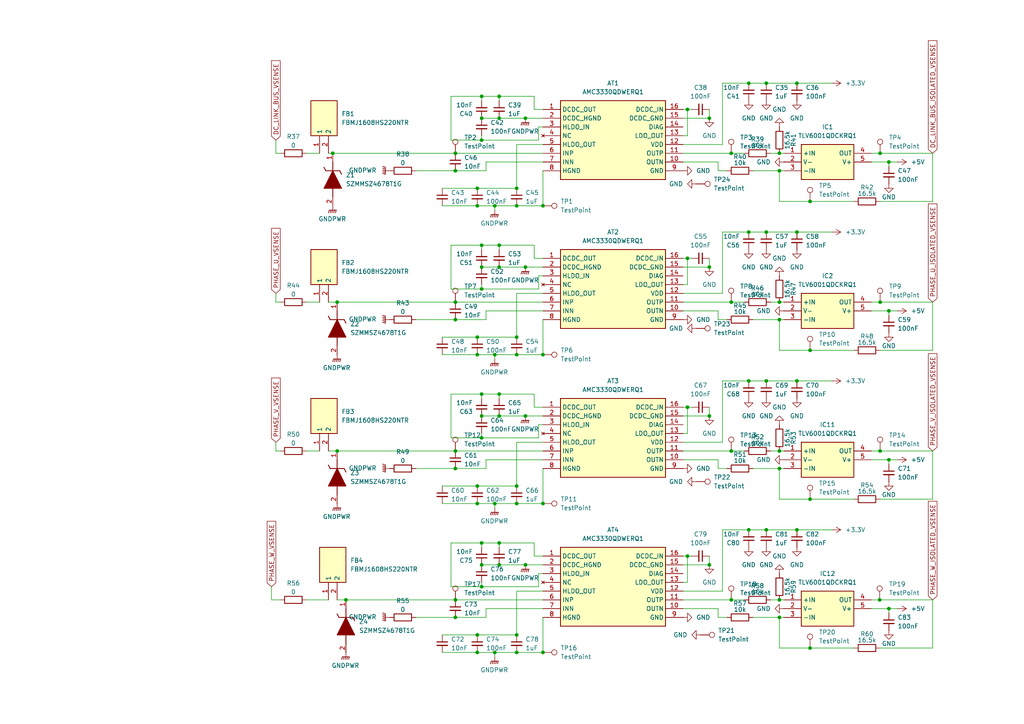
<source format=kicad_sch>
(kicad_sch (version 20250114) (generator "eeschema") (generator_version "9.0")
  (paper "A4")
  (junction (at 149.86 189.23))
  (junction (at 205.74 163.83))
  (junction (at 199.39 31.75))
  (junction (at 231.14 110.49))
  (junction (at 97.79 130.81))
  (junction (at 139.7 170.18))
  (junction (at 96.52 44.45))
  (junction (at 255.1456 173.99))
  (junction (at 138.43 97.79))
  (junction (at 234.95 144.78))
  (junction (at 226.06 44.45))
  (junction (at 144.78 157.48))
  (junction (at 132.08 44.45))
  (junction (at 217.17 110.49))
  (junction (at 199.39 118.11))
  (junction (at 157.48 102.87))
  (junction (at 139.7 71.12))
  (junction (at 149.86 184.15))
  (junction (at 226.06 179.07))
  (junction (at 149.86 146.05))
  (junction (at 139.7 120.65))
  (junction (at 222.25 110.49))
  (junction (at 138.43 102.87))
  (junction (at 100.33 173.99))
  (junction (at 212.09 173.99))
  (junction (at 149.86 140.97))
  (junction (at 139.7 157.48))
  (junction (at 212.09 87.63))
  (junction (at 231.14 153.67))
  (junction (at 222.25 67.31))
  (junction (at 234.95 187.96))
  (junction (at 139.7 77.47))
  (junction (at 226.06 135.89))
  (junction (at 222.25 153.67))
  (junction (at 222.25 24.13))
  (junction (at 217.17 153.67))
  (junction (at 149.86 59.69))
  (junction (at 143.51 146.05))
  (junction (at 132.08 87.63))
  (junction (at 234.95 58.42))
  (junction (at 143.51 189.23))
  (junction (at 144.78 163.83))
  (junction (at 132.08 92.71))
  (junction (at 144.78 34.29))
  (junction (at 231.14 24.13))
  (junction (at 152.4 77.47))
  (junction (at 139.7 127))
  (junction (at 152.4 120.65))
  (junction (at 139.7 163.83))
  (junction (at 257.81 90.17))
  (junction (at 157.48 59.69))
  (junction (at 255.27 130.81))
  (junction (at 257.81 133.35))
  (junction (at 138.43 184.15))
  (junction (at 139.7 27.94))
  (junction (at 138.43 146.05))
  (junction (at 199.39 74.93))
  (junction (at 139.7 83.82))
  (junction (at 139.7 34.29))
  (junction (at 231.14 67.31))
  (junction (at 132.08 49.53))
  (junction (at 199.39 161.29))
  (junction (at 138.43 54.61))
  (junction (at 139.7 114.3))
  (junction (at 255.27 87.63))
  (junction (at 152.4 34.29))
  (junction (at 149.86 97.79))
  (junction (at 132.08 135.89))
  (junction (at 234.95 101.6))
  (junction (at 143.51 102.87))
  (junction (at 212.09 130.81))
  (junction (at 217.17 24.13))
  (junction (at 226.06 92.71))
  (junction (at 144.78 77.47))
  (junction (at 205.74 120.65))
  (junction (at 255.27 44.45))
  (junction (at 143.51 59.69))
  (junction (at 149.86 54.61))
  (junction (at 205.74 34.29))
  (junction (at 205.74 77.47))
  (junction (at 157.48 189.23))
  (junction (at 138.43 189.23))
  (junction (at 149.86 102.87))
  (junction (at 138.43 59.69))
  (junction (at 132.08 130.81))
  (junction (at 226.06 87.63))
  (junction (at 144.78 114.3))
  (junction (at 217.17 67.31))
  (junction (at 257.81 176.53))
  (junction (at 138.43 140.97))
  (junction (at 132.08 173.99))
  (junction (at 139.7 40.64))
  (junction (at 144.78 27.94))
  (junction (at 144.78 120.65))
  (junction (at 132.08 179.07))
  (junction (at 157.48 146.05))
  (junction (at 152.4 163.83))
  (junction (at 226.06 173.99))
  (junction (at 226.06 49.53))
  (junction (at 257.81 46.99))
  (junction (at 212.09 44.45))
  (junction (at 226.06 130.81))
  (junction (at 97.79 87.63))
  (junction (at 144.78 71.12))
  (wire (pts (xy 231.14 24.13) (xy 241.3 24.13)))
  (wire (pts (xy 198.12 168.91) (xy 199.39 168.91)))
  (wire (pts (xy 139.7 157.48) (xy 139.7 158.75)))
  (wire (pts (xy 199.39 31.75) (xy 200.66 31.75)))
  (wire (pts (xy 149.86 171.45) (xy 149.86 184.15)))
  (wire (pts (xy 222.25 153.67) (xy 231.14 153.67)))
  (wire (pts (xy 139.7 157.48) (xy 144.78 157.48)))
  (wire (pts (xy 212.09 44.45) (xy 215.9 44.45)))
  (wire (pts (xy 156.21 80.01) (xy 157.48 80.01)))
  (wire (pts (xy 199.39 118.11) (xy 198.12 118.11)))
  (wire (pts (xy 88.9 173.99) (xy 95.25 173.99)))
  (wire (pts (xy 208.28 135.89) (xy 210.82 135.89)))
  (wire (pts (xy 252.73 90.17) (xy 257.81 90.17)))
  (wire (pts (xy 80.01 44.45) (xy 81.28 44.45)))
  (wire (pts (xy 208.28 176.53) (xy 208.28 179.07)))
  (wire (pts (xy 139.7 71.12) (xy 130.81 71.12)))
  (wire (pts (xy 157.48 102.87) (xy 149.86 102.87)))
  (wire (pts (xy 157.48 128.27) (xy 149.86 128.27)))
  (wire (pts (xy 97.79 130.81) (xy 132.08 130.81)))
  (wire (pts (xy 144.78 157.48) (xy 144.78 158.75)))
  (wire (pts (xy 156.21 40.64) (xy 156.21 36.83)))
  (wire (pts (xy 80.01 85.09) (xy 80.01 87.63)))
  (wire (pts (xy 139.7 27.94) (xy 139.7 29.21)))
  (wire (pts (xy 157.48 41.91) (xy 149.86 41.91)))
  (wire (pts (xy 226.06 130.81) (xy 227.33 130.81)))
  (wire (pts (xy 205.74 120.65) (xy 198.12 120.65)))
  (wire (pts (xy 157.48 59.69) (xy 149.86 59.69)))
  (wire (pts (xy 139.7 27.94) (xy 144.78 27.94)))
  (wire (pts (xy 270.51 58.42) (xy 270.51 44.45)))
  (wire (pts (xy 157.48 133.35) (xy 140.97 133.35)))
  (wire (pts (xy 198.12 46.99) (xy 208.28 46.99)))
  (wire (pts (xy 270.51 187.96) (xy 270.51 173.99)))
  (wire (pts (xy 128.27 189.23) (xy 138.43 189.23)))
  (wire (pts (xy 157.48 179.07) (xy 157.48 189.23)))
  (wire (pts (xy 205.74 118.11) (xy 205.74 120.65)))
  (wire (pts (xy 139.7 163.83) (xy 144.78 163.83)))
  (wire (pts (xy 257.81 48.26) (xy 257.81 46.99)))
  (wire (pts (xy 88.9 87.63) (xy 92.71 87.63)))
  (wire (pts (xy 209.55 128.27) (xy 198.12 128.27)))
  (wire (pts (xy 157.48 118.11) (xy 154.94 118.11)))
  (wire (pts (xy 212.09 87.63) (xy 215.9 87.63)))
  (wire (pts (xy 157.48 135.89) (xy 157.48 146.05)))
  (wire (pts (xy 208.28 46.99) (xy 208.28 49.53)))
  (wire (pts (xy 209.55 171.45) (xy 198.12 171.45)))
  (wire (pts (xy 199.39 39.37) (xy 199.39 31.75)))
  (wire (pts (xy 218.44 179.07) (xy 226.06 179.07)))
  (wire (pts (xy 199.39 82.55) (xy 199.39 74.93)))
  (wire (pts (xy 128.27 146.05) (xy 138.43 146.05)))
  (wire (pts (xy 130.81 71.12) (xy 130.81 83.82)))
  (wire (pts (xy 128.27 184.15) (xy 138.43 184.15)))
  (wire (pts (xy 226.06 187.96) (xy 234.95 187.96)))
  (wire (pts (xy 208.28 90.17) (xy 208.28 92.71)))
  (wire (pts (xy 205.74 31.75) (xy 205.74 34.29)))
  (wire (pts (xy 270.51 173.99) (xy 255.1456 173.99)))
  (wire (pts (xy 139.7 83.82) (xy 139.7 82.55)))
  (wire (pts (xy 226.06 144.78) (xy 234.95 144.78)))
  (wire (pts (xy 130.81 157.48) (xy 130.81 170.18)))
  (wire (pts (xy 140.97 135.89) (xy 132.08 135.89)))
  (wire (pts (xy 157.48 74.93) (xy 154.94 74.93)))
  (wire (pts (xy 252.73 176.53) (xy 257.81 176.53)))
  (wire (pts (xy 139.7 114.3) (xy 139.7 115.57)))
  (wire (pts (xy 132.08 87.63) (xy 157.48 87.63)))
  (wire (pts (xy 139.7 40.64) (xy 156.21 40.64)))
  (wire (pts (xy 157.48 31.75) (xy 154.94 31.75)))
  (wire (pts (xy 226.06 49.53) (xy 227.33 49.53)))
  (wire (pts (xy 157.48 85.09) (xy 149.86 85.09)))
  (wire (pts (xy 144.78 71.12) (xy 144.78 72.39)))
  (wire (pts (xy 231.14 110.49) (xy 241.3 110.49)))
  (wire (pts (xy 139.7 157.48) (xy 130.81 157.48)))
  (wire (pts (xy 128.27 102.87) (xy 138.43 102.87)))
  (wire (pts (xy 223.52 173.99) (xy 226.06 173.99)))
  (wire (pts (xy 130.81 114.3) (xy 130.81 127)))
  (wire (pts (xy 139.7 83.82) (xy 156.21 83.82)))
  (wire (pts (xy 209.55 67.31) (xy 217.17 67.31)))
  (wire (pts (xy 154.94 74.93) (xy 154.94 71.12)))
  (wire (pts (xy 132.08 130.81) (xy 157.48 130.81)))
  (wire (pts (xy 199.39 168.91) (xy 199.39 161.29)))
  (wire (pts (xy 143.51 102.87) (xy 143.51 104.14)))
  (wire (pts (xy 222.25 24.13) (xy 231.14 24.13)))
  (wire (pts (xy 208.28 49.53) (xy 210.82 49.53)))
  (wire (pts (xy 130.81 27.94) (xy 130.81 40.64)))
  (wire (pts (xy 209.55 153.67) (xy 209.55 171.45)))
  (wire (pts (xy 120.65 135.89) (xy 132.08 135.89)))
  (wire (pts (xy 138.43 54.61) (xy 149.86 54.61)))
  (wire (pts (xy 130.81 40.64) (xy 139.7 40.64)))
  (wire (pts (xy 226.06 135.89) (xy 227.33 135.89)))
  (wire (pts (xy 209.55 67.31) (xy 209.55 85.09)))
  (wire (pts (xy 255.27 44.45) (xy 252.73 44.45)))
  (wire (pts (xy 120.65 49.53) (xy 132.08 49.53)))
  (wire (pts (xy 157.48 171.45) (xy 149.86 171.45)))
  (wire (pts (xy 257.81 91.44) (xy 257.81 90.17)))
  (wire (pts (xy 257.81 90.17) (xy 260.35 90.17)))
  (wire (pts (xy 143.51 189.23) (xy 143.51 190.5)))
  (wire (pts (xy 144.78 27.94) (xy 144.78 29.21)))
  (wire (pts (xy 80.01 130.81) (xy 81.28 130.81)))
  (wire (pts (xy 208.28 179.07) (xy 210.82 179.07)))
  (wire (pts (xy 255.27 87.63) (xy 252.73 87.63)))
  (wire (pts (xy 218.44 135.89) (xy 226.06 135.89)))
  (wire (pts (xy 97.79 87.63) (xy 132.08 87.63)))
  (wire (pts (xy 226.06 87.63) (xy 227.33 87.63)))
  (wire (pts (xy 198.12 87.63) (xy 212.09 87.63)))
  (wire (pts (xy 234.95 101.6) (xy 247.65 101.6)))
  (wire (pts (xy 205.74 74.93) (xy 205.74 77.47)))
  (wire (pts (xy 128.27 97.79) (xy 138.43 97.79)))
  (wire (pts (xy 130.81 127) (xy 139.7 127)))
  (wire (pts (xy 209.55 110.49) (xy 217.17 110.49)))
  (wire (pts (xy 226.06 58.42) (xy 234.95 58.42)))
  (wire (pts (xy 143.51 146.05) (xy 143.51 147.32)))
  (wire (pts (xy 270.51 144.78) (xy 270.51 130.81)))
  (wire (pts (xy 156.21 36.83) (xy 157.48 36.83)))
  (wire (pts (xy 154.94 161.29) (xy 154.94 157.48)))
  (wire (pts (xy 252.73 46.99) (xy 257.81 46.99)))
  (wire (pts (xy 95.25 44.45) (xy 96.52 44.45)))
  (wire (pts (xy 255.27 187.96) (xy 270.51 187.96)))
  (wire (pts (xy 270.51 130.81) (xy 255.27 130.81)))
  (wire (pts (xy 234.95 144.78) (xy 247.65 144.78)))
  (wire (pts (xy 226.06 173.99) (xy 227.33 173.99)))
  (wire (pts (xy 88.9 44.45) (xy 92.71 44.45)))
  (wire (pts (xy 144.78 71.12) (xy 154.94 71.12)))
  (wire (pts (xy 78.74 170.18) (xy 78.74 173.99)))
  (wire (pts (xy 212.09 173.99) (xy 215.9 173.99)))
  (wire (pts (xy 199.39 161.29) (xy 200.66 161.29)))
  (wire (pts (xy 223.52 44.45) (xy 226.06 44.45)))
  (wire (pts (xy 255.27 144.78) (xy 270.51 144.78)))
  (wire (pts (xy 255.27 101.6) (xy 270.51 101.6)))
  (wire (pts (xy 140.97 92.71) (xy 132.08 92.71)))
  (wire (pts (xy 198.12 125.73) (xy 199.39 125.73)))
  (wire (pts (xy 144.78 163.83) (xy 152.4 163.83)))
  (wire (pts (xy 157.48 189.23) (xy 149.86 189.23)))
  (wire (pts (xy 149.86 85.09) (xy 149.86 97.79)))
  (wire (pts (xy 128.27 59.69) (xy 138.43 59.69)))
  (wire (pts (xy 139.7 71.12) (xy 144.78 71.12)))
  (wire (pts (xy 139.7 71.12) (xy 139.7 72.39)))
  (wire (pts (xy 154.94 31.75) (xy 154.94 27.94)))
  (wire (pts (xy 144.78 114.3) (xy 154.94 114.3)))
  (wire (pts (xy 156.21 170.18) (xy 156.21 166.37)))
  (wire (pts (xy 140.97 176.53) (xy 140.97 179.07)))
  (wire (pts (xy 143.51 59.69) (xy 143.51 60.96)))
  (wire (pts (xy 138.43 146.05) (xy 143.51 146.05)))
  (wire (pts (xy 88.9 130.81) (xy 92.71 130.81)))
  (wire (pts (xy 257.81 134.62) (xy 257.81 133.35)))
  (wire (pts (xy 138.43 184.15) (xy 149.86 184.15)))
  (wire (pts (xy 255.27 58.42) (xy 270.51 58.42)))
  (wire (pts (xy 212.09 130.81) (xy 215.9 130.81)))
  (wire (pts (xy 157.48 90.17) (xy 140.97 90.17)))
  (wire (pts (xy 80.01 40.64) (xy 80.01 44.45)))
  (wire (pts (xy 139.7 127) (xy 156.21 127)))
  (wire (pts (xy 208.28 133.35) (xy 208.28 135.89)))
  (wire (pts (xy 157.48 92.71) (xy 157.48 102.87)))
  (wire (pts (xy 157.48 161.29) (xy 154.94 161.29)))
  (wire (pts (xy 223.52 130.81) (xy 226.06 130.81)))
  (wire (pts (xy 132.08 44.45) (xy 157.48 44.45)))
  (wire (pts (xy 130.81 83.82) (xy 139.7 83.82)))
  (wire (pts (xy 217.17 24.13) (xy 222.25 24.13)))
  (wire (pts (xy 143.51 102.87) (xy 149.86 102.87)))
  (wire (pts (xy 198.12 82.55) (xy 199.39 82.55)))
  (wire (pts (xy 138.43 59.69) (xy 143.51 59.69)))
  (wire (pts (xy 226.06 135.89) (xy 226.06 144.78)))
  (wire (pts (xy 144.78 77.47) (xy 152.4 77.47)))
  (wire (pts (xy 257.81 176.53) (xy 260.35 176.53)))
  (wire (pts (xy 198.12 130.81) (xy 212.09 130.81)))
  (wire (pts (xy 209.55 153.67) (xy 217.17 153.67)))
  (wire (pts (xy 270.51 44.45) (xy 255.27 44.45)))
  (wire (pts (xy 139.7 34.29) (xy 144.78 34.29)))
  (wire (pts (xy 144.78 120.65) (xy 152.4 120.65)))
  (wire (pts (xy 255.1456 173.99) (xy 252.73 173.99)))
  (wire (pts (xy 157.48 46.99) (xy 140.97 46.99)))
  (wire (pts (xy 120.65 92.71) (xy 132.08 92.71)))
  (wire (pts (xy 255.27 130.81) (xy 252.73 130.81)))
  (wire (pts (xy 217.17 110.49) (xy 222.25 110.49)))
  (wire (pts (xy 199.39 74.93) (xy 200.66 74.93)))
  (wire (pts (xy 139.7 120.65) (xy 144.78 120.65)))
  (wire (pts (xy 152.4 163.83) (xy 157.48 163.83)))
  (wire (pts (xy 138.43 97.79) (xy 149.86 97.79)))
  (wire (pts (xy 257.81 177.8) (xy 257.81 176.53)))
  (wire (pts (xy 95.25 87.63) (xy 97.79 87.63)))
  (wire (pts (xy 95.25 130.81) (xy 97.79 130.81)))
  (wire (pts (xy 80.01 128.27) (xy 80.01 130.81)))
  (wire (pts (xy 139.7 170.18) (xy 139.7 168.91)))
  (wire (pts (xy 205.74 163.83) (xy 198.12 163.83)))
  (wire (pts (xy 138.43 140.97) (xy 149.86 140.97)))
  (wire (pts (xy 209.55 24.13) (xy 217.17 24.13)))
  (wire (pts (xy 149.86 41.91) (xy 149.86 54.61)))
  (wire (pts (xy 139.7 114.3) (xy 130.81 114.3)))
  (wire (pts (xy 226.06 92.71) (xy 226.06 101.6)))
  (wire (pts (xy 156.21 166.37) (xy 157.48 166.37)))
  (wire (pts (xy 226.06 179.07) (xy 226.06 187.96)))
  (wire (pts (xy 128.27 140.97) (xy 138.43 140.97)))
  (wire (pts (xy 209.55 85.09) (xy 198.12 85.09)))
  (wire (pts (xy 231.14 67.31) (xy 241.3 67.31)))
  (wire (pts (xy 144.78 34.29) (xy 152.4 34.29)))
  (wire (pts (xy 198.12 133.35) (xy 208.28 133.35)))
  (wire (pts (xy 139.7 40.64) (xy 139.7 39.37)))
  (wire (pts (xy 199.39 118.11) (xy 200.66 118.11)))
  (wire (pts (xy 152.4 34.29) (xy 157.48 34.29)))
  (wire (pts (xy 132.08 173.99) (xy 157.48 173.99)))
  (wire (pts (xy 139.7 127) (xy 139.7 125.73)))
  (wire (pts (xy 208.28 92.71) (xy 210.82 92.71)))
  (wire (pts (xy 257.81 133.35) (xy 260.35 133.35)))
  (wire (pts (xy 157.48 146.05) (xy 149.86 146.05)))
  (wire (pts (xy 143.51 59.69) (xy 149.86 59.69)))
  (wire (pts (xy 156.21 83.82) (xy 156.21 80.01)))
  (wire (pts (xy 143.51 146.05) (xy 149.86 146.05)))
  (wire (pts (xy 199.39 31.75) (xy 198.12 31.75)))
  (wire (pts (xy 143.51 189.23) (xy 149.86 189.23)))
  (wire (pts (xy 226.06 179.07) (xy 227.33 179.07)))
  (wire (pts (xy 209.55 41.91) (xy 198.12 41.91)))
  (wire (pts (xy 257.81 46.99) (xy 260.35 46.99)))
  (wire (pts (xy 231.14 153.67) (xy 241.3 153.67)))
  (wire (pts (xy 139.7 27.94) (xy 130.81 27.94)))
  (wire (pts (xy 205.74 161.29) (xy 205.74 163.83)))
  (wire (pts (xy 138.43 102.87) (xy 143.51 102.87)))
  (wire (pts (xy 140.97 49.53) (xy 132.08 49.53)))
  (wire (pts (xy 199.39 161.29) (xy 198.12 161.29)))
  (wire (pts (xy 198.12 176.53) (xy 208.28 176.53)))
  (wire (pts (xy 144.78 114.3) (xy 144.78 115.57)))
  (wire (pts (xy 156.21 123.19) (xy 157.48 123.19)))
  (wire (pts (xy 198.12 39.37) (xy 199.39 39.37)))
  (wire (pts (xy 209.55 110.49) (xy 209.55 128.27)))
  (wire (pts (xy 139.7 114.3) (xy 144.78 114.3)))
  (wire (pts (xy 157.48 49.53) (xy 157.48 59.69)))
  (wire (pts (xy 97.79 173.99) (xy 100.33 173.99)))
  (wire (pts (xy 252.73 133.35) (xy 257.81 133.35)))
  (wire (pts (xy 120.65 179.07) (xy 132.08 179.07)))
  (wire (pts (xy 223.52 87.63) (xy 226.06 87.63)))
  (wire (pts (xy 226.06 49.53) (xy 226.06 58.42)))
  (wire (pts (xy 156.21 127) (xy 156.21 123.19)))
  (wire (pts (xy 78.74 173.99) (xy 81.28 173.99)))
  (wire (pts (xy 96.52 44.45) (xy 132.08 44.45)))
  (wire (pts (xy 144.78 27.94) (xy 154.94 27.94)))
  (wire (pts (xy 217.17 153.67) (xy 222.25 153.67)))
  (wire (pts (xy 139.7 77.47) (xy 144.78 77.47)))
  (wire (pts (xy 154.94 118.11) (xy 154.94 114.3)))
  (wire (pts (xy 152.4 120.65) (xy 157.48 120.65)))
  (wire (pts (xy 218.44 92.71) (xy 226.06 92.71)))
  (wire (pts (xy 234.95 58.42) (xy 247.65 58.42)))
  (wire (pts (xy 144.78 157.48) (xy 154.94 157.48)))
  (wire (pts (xy 198.12 44.45) (xy 212.09 44.45)))
  (wire (pts (xy 80.01 87.63) (xy 81.28 87.63)))
  (wire (pts (xy 149.86 128.27) (xy 149.86 140.97)))
  (wire (pts (xy 217.17 67.31) (xy 222.25 67.31)))
  (wire (pts (xy 222.25 110.49) (xy 231.14 110.49)))
  (wire (pts (xy 128.27 54.61) (xy 138.43 54.61)))
  (wire (pts (xy 226.06 44.45) (xy 227.33 44.45)))
  (wire (pts (xy 130.81 170.18) (xy 139.7 170.18)))
  (wire (pts (xy 234.95 187.96) (xy 247.65 187.96)))
  (wire (pts (xy 139.7 170.18) (xy 156.21 170.18)))
  (wire (pts (xy 140.97 90.17) (xy 140.97 92.71)))
  (wire (pts (xy 209.55 24.13) (xy 209.55 41.91)))
  (wire (pts (xy 270.51 87.63) (xy 255.27 87.63)))
  (wire (pts (xy 100.33 173.99) (xy 132.08 173.99)))
  (wire (pts (xy 152.4 77.47) (xy 157.48 77.47)))
  (wire (pts (xy 140.97 179.07) (xy 132.08 179.07)))
  (wire (pts (xy 140.97 133.35) (xy 140.97 135.89)))
  (wire (pts (xy 226.06 101.6) (xy 234.95 101.6)))
  (wire (pts (xy 140.97 46.99) (xy 140.97 49.53)))
  (wire (pts (xy 218.44 49.53) (xy 226.06 49.53)))
  (wire (pts (xy 226.06 92.71) (xy 227.33 92.71)))
  (wire (pts (xy 270.51 101.6) (xy 270.51 87.63)))
  (wire (pts (xy 198.12 90.17) (xy 208.28 90.17)))
  (wire (pts (xy 157.48 176.53) (xy 140.97 176.53)))
  (wire (pts (xy 199.39 125.73) (xy 199.39 118.11)))
  (wire (pts (xy 138.43 189.23) (xy 143.51 189.23)))
  (wire (pts (xy 205.74 77.47) (xy 198.12 77.47)))
  (wire (pts (xy 205.74 34.29) (xy 198.12 34.29)))
  (wire (pts (xy 222.25 67.31) (xy 231.14 67.31)))
  (wire (pts (xy 198.12 173.99) (xy 212.09 173.99)))
  (wire (pts (xy 199.39 74.93) (xy 198.12 74.93)))
  (global_label "PHASE_W_ISOLATED_VSENSE" (shape input) (at 270.51 173.99 90) (property "Intersheetrefs" "${INTERSHEET_REFS}" (effects (hide yes))))
  (global_label "PHASE_W_VSENSE" (shape input) (at 78.74 170.18 90) (property "Intersheetrefs" "${INTERSHEET_REFS}" (effects (hide yes))))
  (global_label "DC_LINK_BUS_VSENSE" (shape input) (at 80.01 40.64 90) (property "Intersheetrefs" "${INTERSHEET_REFS}" (effects (hide yes))))
  (global_label "PHASE_U_ISOLATED_VSENSE" (shape input) (at 270.51 87.63 90) (property "Intersheetrefs" "${INTERSHEET_REFS}" (effects (hide yes))))
  (global_label "PHASE_V_VSENSE" (shape input) (at 80.01 128.27 90) (property "Intersheetrefs" "${INTERSHEET_REFS}" (effects (hide yes))))
  (global_label "PHASE_V_ISOLATED_VSENSE" (shape input) (at 270.51 130.81 90) (property "Intersheetrefs" "${INTERSHEET_REFS}" (effects (hide yes))))
  (global_label "DC_LINK_BUS_ISOLATED_VSENSE" (shape input) (at 270.51 44.45 90) (property "Intersheetrefs" "${INTERSHEET_REFS}" (effects (hide yes))))
  (global_label "PHASE_U_VSENSE" (shape input) (at 80.01 85.09 90) (property "Intersheetrefs" "${INTERSHEET_REFS}" (effects (hide yes))))
  (symbol (lib_id "Device:C_Small") (at 138.43 186.69 0) (unit 1)
    (property "Reference" "C74" (at 140.97 185.4262 0) (effects (justify left)))
    (property "Value" "100nF" (at 140.97 187.9662 0) (effects (justify left)))
    (property "Footprint" "Capacitor_SMD:C_1210_3225Metric_Pad1.33x2.70mm_HandSolder" (effects (hide yes)))
    (property "Description" "Unpolarized capacitor, small symbol" (effects (hide yes)))
  )
  (symbol (lib_id "InverterCom:TLV6001QDCKRQ1") (at 227.33 44.45 0) (unit 1)
    (property "Reference" "IC1" (at 240.03 36.83 0))
    (property "Value" "TLV6001QDCKRQ1" (at 240.03 39.37 0))
    (property "Footprint" "InverterCom:SOT65P210X110-5N" (effects (hide yes)))
    (property "Datasheet" "http://www.ti.com/lit/gpn/tlv6001-q1" (effects (hide yes)))
    (property "Description" "Low-Power, RRIO, 1-MHz, Operational Amplifier for Cost-Sensitive Systems" (effects (hide yes)))
    (property "Height" "1.1" (effects (hide yes)))
    (property "Mouser Part Number" "595-TLV6001QDCKRQ1" (effects (hide yes)))
    (property "Mouser Price/Stock" "https://www.mouser.co.uk/ProductDetail/Texas-Instruments/TLV6001QDCKRQ1?qs=qSfuJ%252Bfl%2Fd4YmnuAK2Ksyg%3D%3D" (effects (hide yes)))
    (property "Manufacturer_Name" "Texas Instruments" (effects (hide yes)))
    (property "Manufacturer_Part_Number" "TLV6001QDCKRQ1" (effects (hide yes)))
  )
  (symbol (lib_id "InverterCom:AMC3330QDWERQ1") (at 157.48 31.75 0) (unit 1)
    (property "Reference" "AT1" (at 177.8 24.13 0))
    (property "Value" "AMC3330QDWERQ1" (at 177.8 26.67 0))
    (property "Footprint" "InverterCom:SOIC127P1030X265-16N" (effects (hide yes)))
    (property "Datasheet" "https://www.ti.com/lit/ds/symlink/amc3330.pdf?ts=1605812770714&ref_url=https%253A%252F%252Fwww.ti.com%252Fsitesearch%252Fdocs%252Funiversalsearch.tsp%253FsearchTerm%253DAMC3330DWE" (effects (hide yes)))
    (property "Description" "Isolation Amplifiers Automotive +/-1-V input, precision reinforced isolated amplifier with integrated DC/DC converter 16-SOIC -40 to 125" (effects (hide yes)))
    (property "Height" "2.65" (effects (hide yes)))
    (property "Mouser Part Number" "595-AMC3330QDWERQ1" (effects (hide yes)))
    (property "Mouser Price/Stock" "https://www.mouser.co.uk/ProductDetail/Texas-Instruments/AMC3330QDWERQ1?qs=81r%252BiQLm7BThq9fK1XpIYg%3D%3D" (effects (hide yes)))
    (property "Manufacturer_Name" "Texas Instruments" (effects (hide yes)))
    (property "Manufacturer_Part_Number" "AMC3330QDWERQ1" (effects (hide yes)))
  )
  (symbol (lib_id "Device:R") (at 214.63 49.53 270) (unit 1)
    (property "Reference" "R40" (at 214.63 45.466 90))
    (property "Value" "10k" (at 214.63 47.244 90))
    (property "Footprint" "Resistor_SMD:R_1210_3225Metric_Pad1.30x2.65mm_HandSolder" (effects (hide yes)))
    (property "Description" "Resistor" (effects (hide yes)))
  )
  (symbol (lib_id "InverterCom:FBMJ1608HS220NTR") (at 92.71 130.81 90) (unit 1)
    (property "Reference" "FB3" (at 99.06 119.3799 90) (effects (justify right)))
    (property "Value" "FBMJ1608HS220NTR" (at 99.06 121.9199 90) (effects (justify right)))
    (property "Footprint" "InverterCom:BEADC1608X100N" (effects (hide yes)))
    (property "Description" "TAIYO YUDEN - FBMJ1608HS220NTR - FERRITE BEAD, 22 OHM, 7.5A, 0603" (effects (hide yes)))
    (property "Height" "1" (effects (hide yes)))
    (property "Mouser Part Number" "963-FBMJ1608HS220NTR" (effects (hide yes)))
    (property "Mouser Price/Stock" "https://www.mouser.co.uk/ProductDetail/TAIYO-YUDEN/FBMJ1608HS220NTR?qs=qEEMd6hQM8XfqBRLulOo%2FQ%3D%3D" (effects (hide yes)))
    (property "Manufacturer_Name" "TAIYO YUDEN" (effects (hide yes)))
    (property "Manufacturer_Part_Number" "FBMJ1608HS220NTR" (effects (hide yes)))
  )
  (symbol (lib_id "power:GND") (at 201.93 53.34 270) (unit 1)
    (property "Reference" "#PWR0113" (effects (hide yes)))
    (property "Value" "GND" (at 198.12 53.3399 90) (effects (justify right)))
    (property "Description" "Power symbol creates a global label with name \"GND\" , ground" (effects (hide yes)))
  )
  (symbol (lib_id "power:GND") (at 205.74 120.65 0) (unit 1)
    (property "Reference" "#PWR074" (effects (hide yes)))
    (property "Value" "GND" (at 205.74 125.73 0))
    (property "Description" "Power symbol creates a global label with name \"GND\" , ground" (effects (hide yes)))
  )
  (symbol (lib_id "Connector:TestPoint") (at 157.48 102.87 270) (unit 1)
    (property "Reference" "TP6" (at 162.56 101.5999 90) (effects (justify left)))
    (property "Value" "TestPoint" (at 162.56 104.1399 90) (effects (justify left)))
    (property "Footprint" "TestPoint:TestPoint_Loop_D2.54mm_Drill1.5mm_Beaded" (effects (hide yes)))
    (property "Description" "test point" (effects (hide yes)))
  )
  (symbol (lib_id "Device:R") (at 116.84 49.53 90) (unit 1)
    (property "Reference" "R38" (at 116.84 44.704 90))
    (property "Value" "0" (at 116.84 47.244 90))
    (property "Footprint" "Resistor_SMD:R_1210_3225Metric_Pad1.30x2.65mm_HandSolder" (effects (hide yes)))
    (property "Description" "Resistor" (effects (hide yes)))
  )
  (symbol (lib_id "Connector:TestPoint") (at 132.08 87.63 0) (unit 1)
    (property "Reference" "TP7" (at 134.62 83.0579 0) (effects (justify left)))
    (property "Value" "TestPoint" (at 134.62 85.5979 0) (effects (justify left)))
    (property "Footprint" "TestPoint:TestPoint_Loop_D2.54mm_Drill1.5mm_Beaded" (effects (hide yes)))
    (property "Description" "test point" (effects (hide yes)))
  )
  (symbol (lib_id "power:+3.3V") (at 241.3 153.67 270) (unit 1)
    (property "Reference" "#PWR06" (effects (hide yes)))
    (property "Value" "+3.3V" (at 245.11 153.6699 90) (effects (justify left)))
    (property "Description" "Power symbol creates a global label with name \"+3.3V\"" (effects (hide yes)))
  )
  (symbol (lib_id "power:+3.3V") (at 241.3 110.49 270) (unit 1)
    (property "Reference" "#PWR05" (effects (hide yes)))
    (property "Value" "+3.3V" (at 245.11 110.4899 90) (effects (justify left)))
    (property "Description" "Power symbol creates a global label with name \"+3.3V\"" (effects (hide yes)))
  )
  (symbol (lib_id "Connector:TestPoint") (at 212.09 44.45 0) (unit 1)
    (property "Reference" "TP3" (at 214.63 39.8779 0) (effects (justify left)))
    (property "Value" "TestPoint" (at 214.63 42.4179 0) (effects (justify left)))
    (property "Footprint" "TestPoint:TestPoint_Loop_D2.54mm_Drill1.5mm_Beaded" (effects (hide yes)))
    (property "Description" "test point" (effects (hide yes)))
  )
  (symbol (lib_id "power:GND") (at 226.06 123.19 180) (unit 1)
    (property "Reference" "#PWR077" (effects (hide yes)))
    (property "Value" "GND" (at 226.06 118.11 0))
    (property "Description" "Power symbol creates a global label with name \"GND\" , ground" (effects (hide yes)))
  )
  (symbol (lib_id "power:GNDPWR") (at 100.33 189.23 0) (unit 1)
    (property "Reference" "#PWR0117" (effects (hide yes)))
    (property "Value" "GNDPWR" (at 100.203 193.04 0))
    (property "Description" "Power symbol creates a global label with name \"GNDPWR\" , global ground" (effects (hide yes)))
  )
  (symbol (lib_id "Connector:TestPoint") (at 234.95 187.96 0) (unit 1)
    (property "Reference" "TP20" (at 237.49 183.3879 0) (effects (justify left)))
    (property "Value" "TestPoint" (at 237.49 185.9279 0) (effects (justify left)))
    (property "Footprint" "TestPoint:TestPoint_Loop_D2.54mm_Drill1.5mm_Beaded" (effects (hide yes)))
    (property "Description" "test point" (effects (hide yes)))
  )
  (symbol (lib_id "Device:R") (at 214.63 135.89 270) (unit 1)
    (property "Reference" "R51" (at 214.63 131.826 90))
    (property "Value" "10k" (at 214.63 133.604 90))
    (property "Footprint" "Resistor_SMD:R_1210_3225Metric_Pad1.30x2.65mm_HandSolder" (effects (hide yes)))
    (property "Description" "Resistor" (effects (hide yes)))
  )
  (symbol (lib_id "Device:C_Small") (at 139.7 74.93 180) (unit 1)
    (property "Reference" "C51" (at 137.16 76.1938 0) (effects (justify left)))
    (property "Value" "10nF" (at 137.16 73.6538 0) (effects (justify left)))
    (property "Footprint" "Capacitor_SMD:C_1210_3225Metric_Pad1.33x2.70mm_HandSolder" (effects (hide yes)))
    (property "Description" "Unpolarized capacitor, small symbol" (effects (hide yes)))
  )
  (symbol (lib_id "Connector:TestPoint") (at 212.09 87.63 0) (unit 1)
    (property "Reference" "TP8" (at 214.63 83.0579 0) (effects (justify left)))
    (property "Value" "TestPoint" (at 214.63 85.5979 0) (effects (justify left)))
    (property "Footprint" "TestPoint:TestPoint_Loop_D2.54mm_Drill1.5mm_Beaded" (effects (hide yes)))
    (property "Description" "test point" (effects (hide yes)))
  )
  (symbol (lib_id "power:GND") (at 201.93 139.7 270) (unit 1)
    (property "Reference" "#PWR0111" (effects (hide yes)))
    (property "Value" "GND" (at 198.12 139.6999 90) (effects (justify right)))
    (property "Description" "Power symbol creates a global label with name \"GND\" , ground" (effects (hide yes)))
  )
  (symbol (lib_id "power:GND") (at 257.81 96.52 0) (unit 1)
    (property "Reference" "#PWR068" (effects (hide yes)))
    (property "Value" "GND" (at 257.81 100.33 0))
    (property "Description" "Power symbol creates a global label with name \"GND\" , ground" (effects (hide yes)))
  )
  (symbol (lib_id "power:+5V") (at 260.35 133.35 270) (unit 1)
    (property "Reference" "#PWR082" (effects (hide yes)))
    (property "Value" "+5V" (at 264.16 133.3499 90) (effects (justify left)))
    (property "Description" "Power symbol creates a global label with name \"+5V\"" (effects (hide yes)))
  )
  (symbol (lib_id "Device:R") (at 116.84 135.89 90) (unit 1)
    (property "Reference" "R49" (at 116.84 131.064 90))
    (property "Value" "0" (at 116.84 133.604 90))
    (property "Footprint" "Resistor_SMD:R_1210_3225Metric_Pad1.30x2.65mm_HandSolder" (effects (hide yes)))
    (property "Description" "Resistor" (effects (hide yes)))
  )
  (symbol (lib_id "power:GND") (at 203.2 184.15 270) (unit 1)
    (property "Reference" "#PWR0110" (effects (hide yes)))
    (property "Value" "GND" (at 199.39 184.1499 90) (effects (justify right)))
    (property "Description" "Power symbol creates a global label with name \"GND\" , ground" (effects (hide yes)))
  )
  (symbol (lib_id "power:GNDPWR") (at 113.03 49.53 270) (unit 1)
    (property "Reference" "#PWR054" (effects (hide yes)))
    (property "Value" "GNDPWR" (at 109.22 49.4029 90) (effects (justify right)))
    (property "Description" "Power symbol creates a global label with name \"GNDPWR\" , global ground" (effects (hide yes)))
  )
  (symbol (lib_id "Connector:TestPoint") (at 203.2 184.15 270) (unit 1)
    (property "Reference" "TP21" (at 208.28 182.8799 90) (effects (justify left)))
    (property "Value" "TestPoint" (at 208.28 185.4199 90) (effects (justify left)))
    (property "Footprint" "TestPoint:TestPoint_Loop_D2.54mm_Drill1.5mm_Beaded" (effects (hide yes)))
    (property "Description" "test point" (effects (hide yes)))
  )
  (symbol (lib_id "Device:C_Small") (at 203.2 31.75 270) (unit 1)
    (property "Reference" "C38" (at 203.1936 25.4 90))
    (property "Value" "100nF" (at 203.1936 27.94 90))
    (property "Footprint" "Capacitor_SMD:C_1210_3225Metric_Pad1.33x2.70mm_HandSolder" (effects (hide yes)))
    (property "Description" "Unpolarized capacitor, small symbol" (effects (hide yes)))
  )
  (symbol (lib_id "Device:R") (at 219.71 44.45 270) (unit 1)
    (property "Reference" "R39" (at 219.71 40.386 90))
    (property "Value" "10k" (at 219.71 42.164 90))
    (property "Footprint" "Resistor_SMD:R_1210_3225Metric_Pad1.30x2.65mm_HandSolder" (effects (hide yes)))
    (property "Description" "Resistor" (effects (hide yes)))
  )
  (symbol (lib_id "power:GND") (at 227.33 90.17 270) (unit 1)
    (property "Reference" "#PWR065" (effects (hide yes)))
    (property "Value" "GND" (at 223.52 90.1699 90) (effects (justify right)))
    (property "Description" "Power symbol creates a global label with name \"GND\" , ground" (effects (hide yes)))
  )
  (symbol (lib_id "Device:C_Small") (at 231.14 156.21 0) (unit 1)
    (property "Reference" "C82" (at 233.68 154.9462 0) (effects (justify left)))
    (property "Value" "100nF" (at 233.68 157.4862 0) (effects (justify left)))
    (property "Footprint" "Capacitor_SMD:C_1210_3225Metric_Pad1.33x2.70mm_HandSolder" (effects (hide yes)))
    (property "Description" "Unpolarized capacitor, small symbol" (effects (hide yes)))
  )
  (symbol (lib_id "Device:R") (at 251.46 144.78 270) (unit 1)
    (property "Reference" "R54" (at 251.46 140.716 90))
    (property "Value" "16.5k" (at 251.46 142.494 90))
    (property "Footprint" "Resistor_SMD:R_1210_3225Metric_Pad1.30x2.65mm_HandSolder" (effects (hide yes)))
    (property "Description" "Resistor" (effects (hide yes)))
  )
  (symbol (lib_id "power:GNDPWR") (at 113.03 135.89 270) (unit 1)
    (property "Reference" "#PWR070" (effects (hide yes)))
    (property "Value" "GNDPWR" (at 109.22 135.7629 90) (effects (justify right)))
    (property "Description" "Power symbol creates a global label with name \"GNDPWR\" , global ground" (effects (hide yes)))
  )
  (symbol (lib_id "Device:C_Small") (at 149.86 100.33 0) (unit 1)
    (property "Reference" "C54" (at 152.4 99.0662 0) (effects (justify left)))
    (property "Value" "1uF" (at 152.4 101.6062 0) (effects (justify left)))
    (property "Footprint" "Capacitor_SMD:C_1210_3225Metric_Pad1.33x2.70mm_HandSolder" (effects (hide yes)))
    (property "Description" "Unpolarized capacitor, small symbol" (effects (hide yes)))
  )
  (symbol (lib_id "Device:C_Small") (at 231.14 26.67 0) (unit 1)
    (property "Reference" "C36" (at 233.68 25.4062 0) (effects (justify left)))
    (property "Value" "100nF" (at 233.68 27.9462 0) (effects (justify left)))
    (property "Footprint" "Capacitor_SMD:C_1210_3225Metric_Pad1.33x2.70mm_HandSolder" (effects (hide yes)))
    (property "Description" "Unpolarized capacitor, small symbol" (effects (hide yes)))
  )
  (symbol (lib_id "InverterCom:AMC3330QDWERQ1") (at 157.48 118.11 0) (unit 1)
    (property "Reference" "AT3" (at 177.8 110.49 0))
    (property "Value" "AMC3330QDWERQ1" (at 177.8 113.03 0))
    (property "Footprint" "InverterCom:SOIC127P1030X265-16N" (effects (hide yes)))
    (property "Datasheet" "https://www.ti.com/lit/ds/symlink/amc3330.pdf?ts=1605812770714&ref_url=https%253A%252F%252Fwww.ti.com%252Fsitesearch%252Fdocs%252Funiversalsearch.tsp%253FsearchTerm%253DAMC3330DWE" (effects (hide yes)))
    (property "Description" "Isolation Amplifiers Automotive +/-1-V input, precision reinforced isolated amplifier with integrated DC/DC converter 16-SOIC -40 to 125" (effects (hide yes)))
    (property "Height" "2.65" (effects (hide yes)))
    (property "Mouser Part Number" "595-AMC3330QDWERQ1" (effects (hide yes)))
    (property "Mouser Price/Stock" "https://www.mouser.co.uk/ProductDetail/Texas-Instruments/AMC3330QDWERQ1?qs=81r%252BiQLm7BThq9fK1XpIYg%3D%3D" (effects (hide yes)))
    (property "Manufacturer_Name" "Texas Instruments" (effects (hide yes)))
    (property "Manufacturer_Part_Number" "AMC3330QDWERQ1" (effects (hide yes)))
  )
  (symbol (lib_id "power:GND") (at 257.81 139.7 0) (unit 1)
    (property "Reference" "#PWR081" (effects (hide yes)))
    (property "Value" "GND" (at 257.81 143.51 0))
    (property "Description" "Power symbol creates a global label with name \"GND\" , ground" (effects (hide yes)))
  )
  (symbol (lib_id "Device:C_Small") (at 139.7 80.01 0) (unit 1)
    (property "Reference" "C52" (at 142.24 78.7462 0) (effects (justify left)))
    (property "Value" "100nF" (at 142.24 81.2862 0) (effects (justify left)))
    (property "Footprint" "Capacitor_SMD:C_1210_3225Metric_Pad1.33x2.70mm_HandSolder" (effects (hide yes)))
    (property "Description" "Unpolarized capacitor, small symbol" (effects (hide yes)))
  )
  (symbol (lib_id "power:GNDPWR") (at 97.79 102.87 0) (unit 1)
    (property "Reference" "#PWR0115" (effects (hide yes)))
    (property "Value" "GNDPWR" (at 97.663 106.68 0))
    (property "Description" "Power symbol creates a global label with name \"GNDPWR\" , global ground" (effects (hide yes)))
  )
  (symbol (lib_id "Device:R") (at 251.46 58.42 270) (unit 1)
    (property "Reference" "R42" (at 251.46 54.356 90))
    (property "Value" "16.5k" (at 251.46 56.134 90))
    (property "Footprint" "Resistor_SMD:R_1210_3225Metric_Pad1.30x2.65mm_HandSolder" (effects (hide yes)))
    (property "Description" "Resistor" (effects (hide yes)))
  )
  (symbol (lib_id "power:GND") (at 227.33 46.99 270) (unit 1)
    (property "Reference" "#PWR056" (effects (hide yes)))
    (property "Value" "GND" (at 223.52 46.9899 90) (effects (justify right)))
    (property "Description" "Power symbol creates a global label with name \"GND\" , ground" (effects (hide yes)))
  )
  (symbol (lib_id "Device:R") (at 226.06 40.64 180) (unit 1)
    (property "Reference" "R41" (at 230.124 40.64 90))
    (property "Value" "16.5k" (at 228.346 40.64 90))
    (property "Footprint" "Resistor_SMD:R_1210_3225Metric_Pad1.30x2.65mm_HandSolder" (effects (hide yes)))
    (property "Description" "Resistor" (effects (hide yes)))
  )
  (symbol (lib_id "Device:C_Small") (at 132.08 176.53 0) (unit 1)
    (property "Reference" "C73" (at 134.62 175.2662 0) (effects (justify left)))
    (property "Value" "10nF" (at 134.62 177.8062 0) (effects (justify left)))
    (property "Footprint" "Capacitor_SMD:C_1210_3225Metric_Pad1.33x2.70mm_HandSolder" (effects (hide yes)))
    (property "Description" "Unpolarized capacitor, small symbol" (effects (hide yes)))
  )
  (symbol (lib_id "Device:R") (at 85.09 173.99 270) (unit 1)
    (property "Reference" "R56" (at 85.09 169.164 90))
    (property "Value" "0" (at 85.09 171.704 90))
    (property "Footprint" "Resistor_SMD:R_1210_3225Metric_Pad1.30x2.65mm_HandSolder" (effects (hide yes)))
    (property "Description" "Resistor" (effects (hide yes)))
  )
  (symbol (lib_id "power:GND") (at 257.81 53.34 0) (unit 1)
    (property "Reference" "#PWR048" (effects (hide yes)))
    (property "Value" "GND" (at 257.81 57.15 0))
    (property "Description" "Power symbol creates a global label with name \"GND\" , ground" (effects (hide yes)))
  )
  (symbol (lib_id "power:GND") (at 231.14 158.75 0) (unit 1)
    (property "Reference" "#PWR092" (effects (hide yes)))
    (property "Value" "GND" (at 231.14 163.83 0))
    (property "Description" "Power symbol creates a global label with name \"GND\" , ground" (effects (hide yes)))
  )
  (symbol (lib_id "Device:C_Small") (at 231.14 113.03 0) (unit 1)
    (property "Reference" "C70" (at 233.68 111.7662 0) (effects (justify left)))
    (property "Value" "100nF" (at 233.68 114.3062 0) (effects (justify left)))
    (property "Footprint" "Capacitor_SMD:C_1210_3225Metric_Pad1.33x2.70mm_HandSolder" (effects (hide yes)))
    (property "Description" "Unpolarized capacitor, small symbol" (effects (hide yes)))
  )
  (symbol (lib_id "Device:C_Small") (at 139.7 123.19 0) (unit 1)
    (property "Reference" "C64" (at 142.24 121.9262 0) (effects (justify left)))
    (property "Value" "100nF" (at 142.24 124.4662 0) (effects (justify left)))
    (property "Footprint" "Capacitor_SMD:C_1210_3225Metric_Pad1.33x2.70mm_HandSolder" (effects (hide yes)))
    (property "Description" "Unpolarized capacitor, small symbol" (effects (hide yes)))
  )
  (symbol (lib_id "power:GND") (at 226.06 166.37 180) (unit 1)
    (property "Reference" "#PWR090" (effects (hide yes)))
    (property "Value" "GND" (at 226.06 161.29 0))
    (property "Description" "Power symbol creates a global label with name \"GND\" , ground" (effects (hide yes)))
  )
  (symbol (lib_id "power:GNDPWR") (at 143.51 104.14 0) (unit 1)
    (property "Reference" "#PWR058" (effects (hide yes)))
    (property "Value" "GNDPWR" (at 143.383 107.95 0))
    (property "Description" "Power symbol creates a global label with name \"GNDPWR\" , global ground" (effects (hide yes)))
  )
  (symbol (lib_id "Device:R") (at 226.06 127 180) (unit 1)
    (property "Reference" "R53" (at 230.124 127 90))
    (property "Value" "16.5k" (at 228.346 127 90))
    (property "Footprint" "Resistor_SMD:R_1210_3225Metric_Pad1.30x2.65mm_HandSolder" (effects (hide yes)))
    (property "Description" "Resistor" (effects (hide yes)))
  )
  (symbol (lib_id "power:GND") (at 217.17 29.21 0) (unit 1)
    (property "Reference" "#PWR051" (effects (hide yes)))
    (property "Value" "GND" (at 217.17 34.29 0))
    (property "Description" "Power symbol creates a global label with name \"GND\" , ground" (effects (hide yes)))
  )
  (symbol (lib_id "InverterCom:SZMMSZ4678T1G") (at 100.33 173.99 270) (unit 1)
    (property "Reference" "Z4" (at 104.14 180.3399 90) (effects (justify left)))
    (property "Value" "SZMMSZ4678T1G" (at 104.14 182.8799 90) (effects (justify left)))
    (property "Footprint" "InverterCom:SOD3716X135N" (effects (hide yes)))
    (property "Datasheet" "https://www.onsemi.com/pub/Collateral/MMSZ4678T1-D.PDF" (effects (hide yes)))
    (property "Description" "500 mW Rating on FR-4 or FR-5 Board; Wide Zener Reverse Voltage Range - 1.8 V to 43 V; Package Designed for Optimal Automated Board Assembly; Small Package Size for High Density Applications; ESD Rating of Class 3 (exceeding 16 kV) per the Human Body Model Mechanical Characteristics:; CASE: Void-free, transfer-molded, thermosetting plastic case; FINISH: Corrosion resistant finish, easily solderable; MAXIMUM CASE TEMPERATURE FOR SOLDERING PURPOSES: 260?C for 10 Seconds; POLARITY: Cathode indicated by polarit" (effects (hide yes)))
    (property "Height" "1.35" (effects (hide yes)))
    (property "Mouser Part Number" "863-SZMMSZ4678T1G" (effects (hide yes)))
    (property "Mouser Price/Stock" "https://www.mouser.co.uk/ProductDetail/onsemi/SZMMSZ4678T1G?qs=PJJcWtbOkNWoCp4u9L439w%3D%3D" (effects (hide yes)))
    (property "Manufacturer_Name" "onsemi" (effects (hide yes)))
    (property "Manufacturer_Part_Number" "SZMMSZ4678T1G" (effects (hide yes)))
  )
  (symbol (lib_id "Device:C_Small") (at 203.2 118.11 270) (unit 1)
    (property "Reference" "C67" (at 203.1936 111.76 90))
    (property "Value" "100nF" (at 203.1936 114.3 90))
    (property "Footprint" "Capacitor_SMD:C_1210_3225Metric_Pad1.33x2.70mm_HandSolder" (effects (hide yes)))
    (property "Description" "Unpolarized capacitor, small symbol" (effects (hide yes)))
  )
  (symbol (lib_id "power:GNDPWR") (at 152.4 34.29 0) (unit 1)
    (property "Reference" "#PWR052" (effects (hide yes)))
    (property "Value" "GNDPWR" (at 152.273 38.1 0))
    (property "Description" "Power symbol creates a global label with name \"GNDPWR\" , global ground" (effects (hide yes)))
  )
  (symbol (lib_id "InverterCom:AMC3330QDWERQ1") (at 157.48 161.29 0) (unit 1)
    (property "Reference" "AT4" (at 177.8 153.67 0))
    (property "Value" "AMC3330QDWERQ1" (at 177.8 156.21 0))
    (property "Footprint" "InverterCom:SOIC127P1030X265-16N" (effects (hide yes)))
    (property "Datasheet" "https://www.ti.com/lit/ds/symlink/amc3330.pdf?ts=1605812770714&ref_url=https%253A%252F%252Fwww.ti.com%252Fsitesearch%252Fdocs%252Funiversalsearch.tsp%253FsearchTerm%253DAMC3330DWE" (effects (hide yes)))
    (property "Description" "Isolation Amplifiers Automotive +/-1-V input, precision reinforced isolated amplifier with integrated DC/DC converter 16-SOIC -40 to 125" (effects (hide yes)))
    (property "Height" "2.65" (effects (hide yes)))
    (property "Mouser Part Number" "595-AMC3330QDWERQ1" (effects (hide yes)))
    (property "Mouser Price/Stock" "https://www.mouser.co.uk/ProductDetail/Texas-Instruments/AMC3330QDWERQ1?qs=81r%252BiQLm7BThq9fK1XpIYg%3D%3D" (effects (hide yes)))
    (property "Manufacturer_Name" "Texas Instruments" (effects (hide yes)))
    (property "Manufacturer_Part_Number" "AMC3330QDWERQ1" (effects (hide yes)))
  )
  (symbol (lib_id "power:GND") (at 217.17 158.75 0) (unit 1)
    (property "Reference" "#PWR088" (effects (hide yes)))
    (property "Value" "GND" (at 217.17 163.83 0))
    (property "Description" "Power symbol creates a global label with name \"GND\" , ground" (effects (hide yes)))
  )
  (symbol (lib_id "Device:C_Small") (at 222.25 26.67 0) (unit 1)
    (property "Reference" "C35" (at 224.79 25.4062 0) (effects (justify left)))
    (property "Value" "1uF" (at 224.79 27.9462 0) (effects (justify left)))
    (property "Footprint" "Capacitor_SMD:C_1210_3225Metric_Pad1.33x2.70mm_HandSolder" (effects (hide yes)))
    (property "Description" "Unpolarized capacitor, small symbol" (effects (hide yes)))
  )
  (symbol (lib_id "Device:C_Small") (at 132.08 46.99 0) (unit 1)
    (property "Reference" "C46" (at 134.62 45.7262 0) (effects (justify left)))
    (property "Value" "10nF" (at 134.62 48.2662 0) (effects (justify left)))
    (property "Footprint" "Capacitor_SMD:C_1210_3225Metric_Pad1.33x2.70mm_HandSolder" (effects (hide yes)))
    (property "Description" "Unpolarized capacitor, small symbol" (effects (hide yes)))
  )
  (symbol (lib_id "power:GNDPWR") (at 152.4 120.65 0) (unit 1)
    (property "Reference" "#PWR072" (effects (hide yes)))
    (property "Value" "GNDPWR" (at 152.273 124.46 0))
    (property "Description" "Power symbol creates a global label with name \"GNDPWR\" , global ground" (effects (hide yes)))
  )
  (symbol (lib_id "power:GND") (at 217.17 115.57 0) (unit 1)
    (property "Reference" "#PWR075" (effects (hide yes)))
    (property "Value" "GND" (at 217.17 120.65 0))
    (property "Description" "Power symbol creates a global label with name \"GND\" , ground" (effects (hide yes)))
  )
  (symbol (lib_id "power:GND") (at 227.33 176.53 270) (unit 1)
    (property "Reference" "#PWR091" (effects (hide yes)))
    (property "Value" "GND" (at 223.52 176.5299 90) (effects (justify right)))
    (property "Description" "Power symbol creates a global label with name \"GND\" , ground" (effects (hide yes)))
  )
  (symbol (lib_id "power:GND") (at 198.12 179.07 90) (unit 1)
    (property "Reference" "#PWR086" (effects (hide yes)))
    (property "Value" "GND" (at 201.93 179.0701 90) (effects (justify right)))
    (property "Description" "Power symbol creates a global label with name \"GND\" , ground" (effects (hide yes)))
  )
  (symbol (lib_id "power:GND") (at 205.74 77.47 0) (unit 1)
    (property "Reference" "#PWR061" (effects (hide yes)))
    (property "Value" "GND" (at 205.74 82.55 0))
    (property "Description" "Power symbol creates a global label with name \"GND\" , ground" (effects (hide yes)))
  )
  (symbol (lib_id "InverterCom:SZMMSZ4678T1G") (at 97.79 130.81 270) (unit 1)
    (property "Reference" "Z3" (at 101.6 137.1599 90) (effects (justify left)))
    (property "Value" "SZMMSZ4678T1G" (at 101.6 139.6999 90) (effects (justify left)))
    (property "Footprint" "InverterCom:SOD3716X135N" (effects (hide yes)))
    (property "Datasheet" "https://www.onsemi.com/pub/Collateral/MMSZ4678T1-D.PDF" (effects (hide yes)))
    (property "Description" "500 mW Rating on FR-4 or FR-5 Board; Wide Zener Reverse Voltage Range - 1.8 V to 43 V; Package Designed for Optimal Automated Board Assembly; Small Package Size for High Density Applications; ESD Rating of Class 3 (exceeding 16 kV) per the Human Body Model Mechanical Characteristics:; CASE: Void-free, transfer-molded, thermosetting plastic case; FINISH: Corrosion resistant finish, easily solderable; MAXIMUM CASE TEMPERATURE FOR SOLDERING PURPOSES: 260?C for 10 Seconds; POLARITY: Cathode indicated by polarit" (effects (hide yes)))
    (property "Height" "1.35" (effects (hide yes)))
    (property "Mouser Part Number" "863-SZMMSZ4678T1G" (effects (hide yes)))
    (property "Mouser Price/Stock" "https://www.mouser.co.uk/ProductDetail/onsemi/SZMMSZ4678T1G?qs=PJJcWtbOkNWoCp4u9L439w%3D%3D" (effects (hide yes)))
    (property "Manufacturer_Name" "onsemi" (effects (hide yes)))
    (property "Manufacturer_Part_Number" "SZMMSZ4678T1G" (effects (hide yes)))
  )
  (symbol (lib_id "power:GNDPWR") (at 97.79 146.05 0) (unit 1)
    (property "Reference" "#PWR0116" (effects (hide yes)))
    (property "Value" "GNDPWR" (at 97.663 149.86 0))
    (property "Description" "Power symbol creates a global label with name \"GNDPWR\" , global ground" (effects (hide yes)))
  )
  (symbol (lib_id "InverterCom:FBMJ1608HS220NTR") (at 92.71 44.45 90) (unit 1)
    (property "Reference" "FB1" (at 99.06 33.0199 90) (effects (justify right)))
    (property "Value" "FBMJ1608HS220NTR" (at 99.06 35.5599 90) (effects (justify right)))
    (property "Footprint" "InverterCom:BEADC1608X100N" (effects (hide yes)))
    (property "Description" "TAIYO YUDEN - FBMJ1608HS220NTR - FERRITE BEAD, 22 OHM, 7.5A, 0603" (effects (hide yes)))
    (property "Height" "1" (effects (hide yes)))
    (property "Mouser Part Number" "963-FBMJ1608HS220NTR" (effects (hide yes)))
    (property "Mouser Price/Stock" "https://www.mouser.co.uk/ProductDetail/TAIYO-YUDEN/FBMJ1608HS220NTR?qs=qEEMd6hQM8XfqBRLulOo%2FQ%3D%3D" (effects (hide yes)))
    (property "Manufacturer_Name" "TAIYO YUDEN" (effects (hide yes)))
    (property "Manufacturer_Part_Number" "FBMJ1608HS220NTR" (effects (hide yes)))
  )
  (symbol (lib_id "Device:C_Small") (at 128.27 57.15 0) (unit 1)
    (property "Reference" "C43" (at 130.81 55.8862 0) (effects (justify left)))
    (property "Value" "10nF" (at 130.81 58.4262 0) (effects (justify left)))
    (property "Footprint" "Capacitor_SMD:C_1210_3225Metric_Pad1.33x2.70mm_HandSolder" (effects (hide yes)))
    (property "Description" "Unpolarized capacitor, small symbol" (effects (hide yes)))
  )
  (symbol (lib_id "Device:C_Small") (at 139.7 161.29 180) (unit 1)
    (property "Reference" "C75" (at 137.16 162.5538 0) (effects (justify left)))
    (property "Value" "10nF" (at 137.16 160.0138 0) (effects (justify left)))
    (property "Footprint" "Capacitor_SMD:C_1210_3225Metric_Pad1.33x2.70mm_HandSolder" (effects (hide yes)))
    (property "Description" "Unpolarized capacitor, small symbol" (effects (hide yes)))
  )
  (symbol (lib_id "power:+3.3V") (at 241.3 24.13 270) (unit 1)
    (property "Reference" "#PWR02" (effects (hide yes)))
    (property "Value" "+3.3V" (at 245.11 24.1299 90) (effects (justify left)))
    (property "Description" "Power symbol creates a global label with name \"+3.3V\"" (effects (hide yes)))
  )
  (symbol (lib_id "power:GNDPWR") (at 113.03 92.71 270) (unit 1)
    (property "Reference" "#PWR057" (effects (hide yes)))
    (property "Value" "GNDPWR" (at 109.22 92.5829 90) (effects (justify right)))
    (property "Description" "Power symbol creates a global label with name \"GNDPWR\" , global ground" (effects (hide yes)))
  )
  (symbol (lib_id "Device:C_Small") (at 128.27 100.33 0) (unit 1)
    (property "Reference" "C48" (at 130.81 99.0662 0) (effects (justify left)))
    (property "Value" "10nF" (at 130.81 101.6062 0) (effects (justify left)))
    (property "Footprint" "Capacitor_SMD:C_1210_3225Metric_Pad1.33x2.70mm_HandSolder" (effects (hide yes)))
    (property "Description" "Unpolarized capacitor, small symbol" (effects (hide yes)))
  )
  (symbol (lib_id "Connector:TestPoint") (at 212.09 173.99 0) (unit 1)
    (property "Reference" "TP18" (at 214.63 169.4179 0) (effects (justify left)))
    (property "Value" "TestPoint" (at 214.63 171.9579 0) (effects (justify left)))
    (property "Footprint" "TestPoint:TestPoint_Loop_D2.54mm_Drill1.5mm_Beaded" (effects (hide yes)))
    (property "Description" "test point" (effects (hide yes)))
  )
  (symbol (lib_id "power:GND") (at 257.81 182.88 0) (unit 1)
    (property "Reference" "#PWR094" (effects (hide yes)))
    (property "Value" "GND" (at 257.81 186.69 0))
    (property "Description" "Power symbol creates a global label with name \"GND\" , ground" (effects (hide yes)))
  )
  (symbol (lib_id "Device:C_Small") (at 128.27 186.69 0) (unit 1)
    (property "Reference" "C72" (at 130.81 185.4262 0) (effects (justify left)))
    (property "Value" "10nF" (at 130.81 187.9662 0) (effects (justify left)))
    (property "Footprint" "Capacitor_SMD:C_1210_3225Metric_Pad1.33x2.70mm_HandSolder" (effects (hide yes)))
    (property "Description" "Unpolarized capacitor, small symbol" (effects (hide yes)))
  )
  (symbol (lib_id "Device:C_Small") (at 128.27 143.51 0) (unit 1)
    (property "Reference" "C60" (at 130.81 142.2462 0) (effects (justify left)))
    (property "Value" "10nF" (at 130.81 144.7862 0) (effects (justify left)))
    (property "Footprint" "Capacitor_SMD:C_1210_3225Metric_Pad1.33x2.70mm_HandSolder" (effects (hide yes)))
    (property "Description" "Unpolarized capacitor, small symbol" (effects (hide yes)))
  )
  (symbol (lib_id "InverterCom:SZMMSZ4678T1G") (at 97.79 87.63 270) (unit 1)
    (property "Reference" "Z2" (at 101.6 93.9799 90) (effects (justify left)))
    (property "Value" "SZMMSZ4678T1G" (at 101.6 96.5199 90) (effects (justify left)))
    (property "Footprint" "InverterCom:SOD3716X135N" (effects (hide yes)))
    (property "Datasheet" "https://www.onsemi.com/pub/Collateral/MMSZ4678T1-D.PDF" (effects (hide yes)))
    (property "Description" "500 mW Rating on FR-4 or FR-5 Board; Wide Zener Reverse Voltage Range - 1.8 V to 43 V; Package Designed for Optimal Automated Board Assembly; Small Package Size for High Density Applications; ESD Rating of Class 3 (exceeding 16 kV) per the Human Body Model Mechanical Characteristics:; CASE: Void-free, transfer-molded, thermosetting plastic case; FINISH: Corrosion resistant finish, easily solderable; MAXIMUM CASE TEMPERATURE FOR SOLDERING PURPOSES: 260?C for 10 Seconds; POLARITY: Cathode indicated by polarit" (effects (hide yes)))
    (property "Height" "1.35" (effects (hide yes)))
    (property "Mouser Part Number" "863-SZMMSZ4678T1G" (effects (hide yes)))
    (property "Mouser Price/Stock" "https://www.mouser.co.uk/ProductDetail/onsemi/SZMMSZ4678T1G?qs=PJJcWtbOkNWoCp4u9L439w%3D%3D" (effects (hide yes)))
    (property "Manufacturer_Name" "onsemi" (effects (hide yes)))
    (property "Manufacturer_Part_Number" "SZMMSZ4678T1G" (effects (hide yes)))
  )
  (symbol (lib_id "InverterCom:AMC3330QDWERQ1") (at 157.48 74.93 0) (unit 1)
    (property "Reference" "AT2" (at 177.8 67.31 0))
    (property "Value" "AMC3330QDWERQ1" (at 177.8 69.85 0))
    (property "Footprint" "InverterCom:SOIC127P1030X265-16N" (effects (hide yes)))
    (property "Datasheet" "https://www.ti.com/lit/ds/symlink/amc3330.pdf?ts=1605812770714&ref_url=https%253A%252F%252Fwww.ti.com%252Fsitesearch%252Fdocs%252Funiversalsearch.tsp%253FsearchTerm%253DAMC3330DWE" (effects (hide yes)))
    (property "Description" "Isolation Amplifiers Automotive +/-1-V input, precision reinforced isolated amplifier with integrated DC/DC converter 16-SOIC -40 to 125" (effects (hide yes)))
    (property "Height" "2.65" (effects (hide yes)))
    (property "Mouser Part Number" "595-AMC3330QDWERQ1" (effects (hide yes)))
    (property "Mouser Price/Stock" "https://www.mouser.co.uk/ProductDetail/Texas-Instruments/AMC3330QDWERQ1?qs=81r%252BiQLm7BThq9fK1XpIYg%3D%3D" (effects (hide yes)))
    (property "Manufacturer_Name" "Texas Instruments" (effects (hide yes)))
    (property "Manufacturer_Part_Number" "AMC3330QDWERQ1" (effects (hide yes)))
  )
  (symbol (lib_id "Device:C_Small") (at 217.17 69.85 180) (unit 1)
    (property "Reference" "C56" (at 214.63 71.1138 0) (effects (justify left)))
    (property "Value" "10nF" (at 214.63 68.5738 0) (effects (justify left)))
    (property "Footprint" "Capacitor_SMD:C_1210_3225Metric_Pad1.33x2.70mm_HandSolder" (effects (hide yes)))
    (property "Description" "Unpolarized capacitor, small symbol" (effects (hide yes)))
  )
  (symbol (lib_id "Device:C_Small") (at 139.7 36.83 0) (unit 1)
    (property "Reference" "C42" (at 142.24 35.5662 0) (effects (justify left)))
    (property "Value" "100nF" (at 142.24 38.1062 0) (effects (justify left)))
    (property "Footprint" "Capacitor_SMD:C_1210_3225Metric_Pad1.33x2.70mm_HandSolder" (effects (hide yes)))
    (property "Description" "Unpolarized capacitor, small symbol" (effects (hide yes)))
  )
  (symbol (lib_id "power:GNDPWR") (at 152.4 163.83 0) (unit 1)
    (property "Reference" "#PWR085" (effects (hide yes)))
    (property "Value" "GNDPWR" (at 152.273 167.64 0))
    (property "Description" "Power symbol creates a global label with name \"GNDPWR\" , global ground" (effects (hide yes)))
  )
  (symbol (lib_id "Device:C_Small") (at 222.25 113.03 0) (unit 1)
    (property "Reference" "C69" (at 224.79 111.7662 0) (effects (justify left)))
    (property "Value" "1uF" (at 224.79 114.3062 0) (effects (justify left)))
    (property "Footprint" "Capacitor_SMD:C_1210_3225Metric_Pad1.33x2.70mm_HandSolder" (effects (hide yes)))
    (property "Description" "Unpolarized capacitor, small symbol" (effects (hide yes)))
  )
  (symbol (lib_id "Device:C_Small") (at 222.25 156.21 0) (unit 1)
    (property "Reference" "C81" (at 224.79 154.9462 0) (effects (justify left)))
    (property "Value" "1uF" (at 224.79 157.4862 0) (effects (justify left)))
    (property "Footprint" "Capacitor_SMD:C_1210_3225Metric_Pad1.33x2.70mm_HandSolder" (effects (hide yes)))
    (property "Description" "Unpolarized capacitor, small symbol" (effects (hide yes)))
  )
  (symbol (lib_id "power:GND") (at 198.12 92.71 90) (unit 1)
    (property "Reference" "#PWR060" (effects (hide yes)))
    (property "Value" "GND" (at 201.93 92.7101 90) (effects (justify right)))
    (property "Description" "Power symbol creates a global label with name \"GND\" , ground" (effects (hide yes)))
  )
  (symbol (lib_id "Connector:TestPoint") (at 157.48 189.23 270) (unit 1)
    (property "Reference" "TP16" (at 162.56 187.9599 90) (effects (justify left)))
    (property "Value" "TestPoint" (at 162.56 190.4999 90) (effects (justify left)))
    (property "Footprint" "TestPoint:TestPoint_Loop_D2.54mm_Drill1.5mm_Beaded" (effects (hide yes)))
    (property "Description" "test point" (effects (hide yes)))
  )
  (symbol (lib_id "Connector:TestPoint") (at 234.95 58.42 0) (unit 1)
    (property "Reference" "TP5" (at 237.49 53.8479 0) (effects (justify left)))
    (property "Value" "TestPoint" (at 237.49 56.3879 0) (effects (justify left)))
    (property "Footprint" "TestPoint:TestPoint_Loop_D2.54mm_Drill1.5mm_Beaded" (effects (hide yes)))
    (property "Description" "test point" (effects (hide yes)))
  )
  (symbol (lib_id "power:GND") (at 222.25 158.75 0) (unit 1)
    (property "Reference" "#PWR089" (effects (hide yes)))
    (property "Value" "GND" (at 222.25 163.83 0))
    (property "Description" "Power symbol creates a global label with name \"GND\" , ground" (effects (hide yes)))
  )
  (symbol (lib_id "Connector:TestPoint") (at 201.93 139.7 270) (unit 1)
    (property "Reference" "TP22" (at 207.01 138.4299 90) (effects (justify left)))
    (property "Value" "TestPoint" (at 207.01 140.9699 90) (effects (justify left)))
    (property "Footprint" "TestPoint:TestPoint_Loop_D2.54mm_Drill1.5mm_Beaded" (effects (hide yes)))
    (property "Description" "test point" (effects (hide yes)))
  )
  (symbol (lib_id "Device:R") (at 116.84 92.71 90) (unit 1)
    (property "Reference" "R43" (at 116.84 87.884 90))
    (property "Value" "0" (at 116.84 90.424 90))
    (property "Footprint" "Resistor_SMD:R_1210_3225Metric_Pad1.30x2.65mm_HandSolder" (effects (hide yes)))
    (property "Description" "Resistor" (effects (hide yes)))
  )
  (symbol (lib_id "Connector:TestPoint") (at 255.27 130.81 0) (unit 1)
    (property "Reference" "TP14" (at 257.81 126.2379 0) (effects (justify left)))
    (property "Value" "TestPoint" (at 257.81 128.7779 0) (effects (justify left)))
    (property "Footprint" "TestPoint:TestPoint_Loop_D2.54mm_Drill1.5mm_Beaded" (effects (hide yes)))
    (property "Description" "test point" (effects (hide yes)))
  )
  (symbol (lib_id "Device:C_Small") (at 138.43 100.33 0) (unit 1)
    (property "Reference" "C50" (at 140.97 99.0662 0) (effects (justify left)))
    (property "Value" "100nF" (at 140.97 101.6062 0) (effects (justify left)))
    (property "Footprint" "Capacitor_SMD:C_1210_3225Metric_Pad1.33x2.70mm_HandSolder" (effects (hide yes)))
    (property "Description" "Unpolarized capacitor, small symbol" (effects (hide yes)))
  )
  (symbol (lib_id "power:GNDPWR") (at 113.03 179.07 270) (unit 1)
    (property "Reference" "#PWR083" (effects (hide yes)))
    (property "Value" "GNDPWR" (at 109.22 178.9429 90) (effects (justify right)))
    (property "Description" "Power symbol creates a global label with name \"GNDPWR\" , global ground" (effects (hide yes)))
  )
  (symbol (lib_id "InverterCom:TLV6001QDCKRQ1") (at 227.33 173.99 0) (unit 1)
    (property "Reference" "IC12" (at 240.03 166.37 0))
    (property "Value" "TLV6001QDCKRQ1" (at 240.03 168.91 0))
    (property "Footprint" "InverterCom:SOT65P210X110-5N" (effects (hide yes)))
    (property "Datasheet" "http://www.ti.com/lit/gpn/tlv6001-q1" (effects (hide yes)))
    (property "Description" "Low-Power, RRIO, 1-MHz, Operational Amplifier for Cost-Sensitive Systems" (effects (hide yes)))
    (property "Height" "1.1" (effects (hide yes)))
    (property "Mouser Part Number" "595-TLV6001QDCKRQ1" (effects (hide yes)))
    (property "Mouser Price/Stock" "https://www.mouser.co.uk/ProductDetail/Texas-Instruments/TLV6001QDCKRQ1?qs=qSfuJ%252Bfl%2Fd4YmnuAK2Ksyg%3D%3D" (effects (hide yes)))
    (property "Manufacturer_Name" "Texas Instruments" (effects (hide yes)))
    (property "Manufacturer_Part_Number" "TLV6001QDCKRQ1" (effects (hide yes)))
  )
  (symbol (lib_id "Device:C_Small") (at 203.2 161.29 270) (unit 1)
    (property "Reference" "C79" (at 203.1936 154.94 90))
    (property "Value" "100nF" (at 203.1936 157.48 90))
    (property "Footprint" "Capacitor_SMD:C_1210_3225Metric_Pad1.33x2.70mm_HandSolder" (effects (hide yes)))
    (property "Description" "Unpolarized capacitor, small symbol" (effects (hide yes)))
  )
  (symbol (lib_id "power:GND") (at 198.12 49.53 90) (unit 1)
    (property "Reference" "#PWR049" (effects (hide yes)))
    (property "Value" "GND" (at 201.93 49.5301 90) (effects (justify right)))
    (property "Description" "Power symbol creates a global label with name \"GND\" , ground" (effects (hide yes)))
  )
  (symbol (lib_id "Connector:TestPoint") (at 201.93 95.25 270) (unit 1)
    (property "Reference" "TP23" (at 207.01 93.9799 90) (effects (justify left)))
    (property "Value" "TestPoint" (at 207.01 96.5199 90) (effects (justify left)))
    (property "Footprint" "TestPoint:TestPoint_Loop_D2.54mm_Drill1.5mm_Beaded" (effects (hide yes)))
    (property "Description" "test point" (effects (hide yes)))
  )
  (symbol (lib_id "Connector:TestPoint") (at 157.48 59.69 270) (unit 1)
    (property "Reference" "TP1" (at 162.56 58.4199 90) (effects (justify left)))
    (property "Value" "TestPoint" (at 162.56 60.9599 90) (effects (justify left)))
    (property "Footprint" "TestPoint:TestPoint_Loop_D2.54mm_Drill1.5mm_Beaded" (effects (hide yes)))
    (property "Description" "test point" (effects (hide yes)))
  )
  (symbol (lib_id "power:GNDPWR") (at 143.51 147.32 0) (unit 1)
    (property "Reference" "#PWR071" (effects (hide yes)))
    (property "Value" "GNDPWR" (at 143.383 151.13 0))
    (property "Description" "Power symbol creates a global label with name \"GNDPWR\" , global ground" (effects (hide yes)))
  )
  (symbol (lib_id "Connector:TestPoint") (at 255.27 44.45 0) (unit 1)
    (property "Reference" "TP4" (at 257.81 39.8779 0) (effects (justify left)))
    (property "Value" "TestPoint" (at 257.81 42.4179 0) (effects (justify left)))
    (property "Footprint" "TestPoint:TestPoint_Loop_D2.54mm_Drill1.5mm_Beaded" (effects (hide yes)))
    (property "Description" "test point" (effects (hide yes)))
  )
  (symbol (lib_id "Device:R") (at 219.71 87.63 270) (unit 1)
    (property "Reference" "R46" (at 219.71 83.566 90))
    (property "Value" "10k" (at 219.71 85.344 90))
    (property "Footprint" "Resistor_SMD:R_1210_3225Metric_Pad1.30x2.65mm_HandSolder" (effects (hide yes)))
    (property "Description" "Resistor" (effects (hide yes)))
  )
  (symbol (lib_id "Device:C_Small") (at 257.81 50.8 0) (unit 1)
    (property "Reference" "C47" (at 260.35 49.5362 0) (effects (justify left)))
    (property "Value" "100nF" (at 260.35 52.0762 0) (effects (justify left)))
    (property "Footprint" "Capacitor_SMD:C_1210_3225Metric_Pad1.33x2.70mm_HandSolder" (effects (hide yes)))
    (property "Description" "Unpolarized capacitor, small symbol" (effects (hide yes)))
  )
  (symbol (lib_id "power:GND") (at 205.74 163.83 0) (unit 1)
    (property "Reference" "#PWR087" (effects (hide yes)))
    (property "Value" "GND" (at 205.74 168.91 0))
    (property "Description" "Power symbol creates a global label with name \"GND\" , ground" (effects (hide yes)))
  )
  (symbol (lib_id "power:GND") (at 198.12 135.89 90) (unit 1)
    (property "Reference" "#PWR073" (effects (hide yes)))
    (property "Value" "GND" (at 201.93 135.8901 90) (effects (justify right)))
    (property "Description" "Power symbol creates a global label with name \"GND\" , ground" (effects (hide yes)))
  )
  (symbol (lib_id "Device:C_Small") (at 149.86 143.51 0) (unit 1)
    (property "Reference" "C66" (at 152.4 142.2462 0) (effects (justify left)))
    (property "Value" "1uF" (at 152.4 144.7862 0) (effects (justify left)))
    (property "Footprint" "Capacitor_SMD:C_1210_3225Metric_Pad1.33x2.70mm_HandSolder" (effects (hide yes)))
    (property "Description" "Unpolarized capacitor, small symbol" (effects (hide yes)))
  )
  (symbol (lib_id "Device:R") (at 85.09 130.81 270) (unit 1)
    (property "Reference" "R50" (at 85.09 125.984 90))
    (property "Value" "0" (at 85.09 128.524 90))
    (property "Footprint" "Resistor_SMD:R_1210_3225Metric_Pad1.30x2.65mm_HandSolder" (effects (hide yes)))
    (property "Description" "Resistor" (effects (hide yes)))
  )
  (symbol (lib_id "Device:C_Small") (at 144.78 74.93 0) (unit 1)
    (property "Reference" "C53" (at 147.32 73.6662 0) (effects (justify left)))
    (property "Value" "1uF" (at 147.32 76.2062 0) (effects (justify left)))
    (property "Footprint" "Capacitor_SMD:C_1210_3225Metric_Pad1.33x2.70mm_HandSolder" (effects (hide yes)))
    (property "Description" "Unpolarized capacitor, small symbol" (effects (hide yes)))
  )
  (symbol (lib_id "power:GND") (at 201.93 95.25 270) (unit 1)
    (property "Reference" "#PWR0112" (effects (hide yes)))
    (property "Value" "GND" (at 198.12 95.2499 90) (effects (justify right)))
    (property "Description" "Power symbol creates a global label with name \"GND\" , ground" (effects (hide yes)))
  )
  (symbol (lib_id "Device:R") (at 251.46 101.6 270) (unit 1)
    (property "Reference" "R48" (at 251.46 97.536 90))
    (property "Value" "16.5k" (at 251.46 99.314 90))
    (property "Footprint" "Resistor_SMD:R_1210_3225Metric_Pad1.30x2.65mm_HandSolder" (effects (hide yes)))
    (property "Description" "Resistor" (effects (hide yes)))
  )
  (symbol (lib_id "power:+5V") (at 260.35 176.53 270) (unit 1)
    (property "Reference" "#PWR095" (effects (hide yes)))
    (property "Value" "+5V" (at 264.16 176.5299 90) (effects (justify left)))
    (property "Description" "Power symbol creates a global label with name \"+5V\"" (effects (hide yes)))
  )
  (symbol (lib_id "InverterCom:FBMJ1608HS220NTR") (at 92.71 87.63 90) (unit 1)
    (property "Reference" "FB2" (at 99.06 76.1999 90) (effects (justify right)))
    (property "Value" "FBMJ1608HS220NTR" (at 99.06 78.7399 90) (effects (justify right)))
    (property "Footprint" "InverterCom:BEADC1608X100N" (effects (hide yes)))
    (property "Description" "TAIYO YUDEN - FBMJ1608HS220NTR - FERRITE BEAD, 22 OHM, 7.5A, 0603" (effects (hide yes)))
    (property "Height" "1" (effects (hide yes)))
    (property "Mouser Part Number" "963-FBMJ1608HS220NTR" (effects (hide yes)))
    (property "Mouser Price/Stock" "https://www.mouser.co.uk/ProductDetail/TAIYO-YUDEN/FBMJ1608HS220NTR?qs=qEEMd6hQM8XfqBRLulOo%2FQ%3D%3D" (effects (hide yes)))
    (property "Manufacturer_Name" "TAIYO YUDEN" (effects (hide yes)))
    (property "Manufacturer_Part_Number" "FBMJ1608HS220NTR" (effects (hide yes)))
  )
  (symbol (lib_id "Connector:TestPoint") (at 255.1456 173.99 0) (unit 1)
    (property "Reference" "TP19" (at 257.81 169.4179 0) (effects (justify left)))
    (property "Value" "TestPoint" (at 257.81 171.9579 0) (effects (justify left)))
    (property "Footprint" "TestPoint:TestPoint_Loop_D2.54mm_Drill1.5mm_Beaded" (effects (hide yes)))
    (property "Description" "test point" (effects (hide yes)))
  )
  (symbol (lib_id "Device:C_Small") (at 257.81 180.34 0) (unit 1)
    (property "Reference" "C83" (at 260.35 179.0762 0) (effects (justify left)))
    (property "Value" "100nF" (at 260.35 181.6162 0) (effects (justify left)))
    (property "Footprint" "Capacitor_SMD:C_1210_3225Metric_Pad1.33x2.70mm_HandSolder" (effects (hide yes)))
    (property "Description" "Unpolarized capacitor, small symbol" (effects (hide yes)))
  )
  (symbol (lib_id "power:GND") (at 231.14 72.39 0) (unit 1)
    (property "Reference" "#PWR066" (effects (hide yes)))
    (property "Value" "GND" (at 231.14 77.47 0))
    (property "Description" "Power symbol creates a global label with name \"GND\" , ground" (effects (hide yes)))
  )
  (symbol (lib_id "Device:R") (at 85.09 87.63 270) (unit 1)
    (property "Reference" "R44" (at 85.09 82.804 90))
    (property "Value" "0" (at 85.09 85.344 90))
    (property "Footprint" "Resistor_SMD:R_1210_3225Metric_Pad1.30x2.65mm_HandSolder" (effects (hide yes)))
    (property "Description" "Resistor" (effects (hide yes)))
  )
  (symbol (lib_id "power:GND") (at 222.25 72.39 0) (unit 1)
    (property "Reference" "#PWR063" (effects (hide yes)))
    (property "Value" "GND" (at 222.25 77.47 0))
    (property "Description" "Power symbol creates a global label with name \"GND\" , ground" (effects (hide yes)))
  )
  (symbol (lib_id "Connector:TestPoint") (at 132.08 130.81 0) (unit 1)
    (property "Reference" "TP12" (at 134.62 126.2379 0) (effects (justify left)))
    (property "Value" "TestPoint" (at 134.62 128.7779 0) (effects (justify left)))
    (property "Footprint" "TestPoint:TestPoint_Loop_D2.54mm_Drill1.5mm_Beaded" (effects (hide yes)))
    (property "Description" "test point" (effects (hide yes)))
  )
  (symbol (lib_id "InverterCom:TLV6001QDCKRQ1") (at 227.33 130.81 0) (unit 1)
    (property "Reference" "IC11" (at 240.03 123.19 0))
    (property "Value" "TLV6001QDCKRQ1" (at 240.03 125.73 0))
    (property "Footprint" "InverterCom:SOT65P210X110-5N" (effects (hide yes)))
    (property "Datasheet" "http://www.ti.com/lit/gpn/tlv6001-q1" (effects (hide yes)))
    (property "Description" "Low-Power, RRIO, 1-MHz, Operational Amplifier for Cost-Sensitive Systems" (effects (hide yes)))
    (property "Height" "1.1" (effects (hide yes)))
    (property "Mouser Part Number" "595-TLV6001QDCKRQ1" (effects (hide yes)))
    (property "Mouser Price/Stock" "https://www.mouser.co.uk/ProductDetail/Texas-Instruments/TLV6001QDCKRQ1?qs=qSfuJ%252Bfl%2Fd4YmnuAK2Ksyg%3D%3D" (effects (hide yes)))
    (property "Manufacturer_Name" "Texas Instruments" (effects (hide yes)))
    (property "Manufacturer_Part_Number" "TLV6001QDCKRQ1" (effects (hide yes)))
  )
  (symbol (lib_id "InverterCom:FBMJ1608HS220NTR") (at 95.25 173.99 90) (unit 1)
    (property "Reference" "FB4" (at 101.6 162.5599 90) (effects (justify right)))
    (property "Value" "FBMJ1608HS220NTR" (at 101.6 165.0999 90) (effects (justify right)))
    (property "Footprint" "InverterCom:BEADC1608X100N" (effects (hide yes)))
    (property "Description" "TAIYO YUDEN - FBMJ1608HS220NTR - FERRITE BEAD, 22 OHM, 7.5A, 0603" (effects (hide yes)))
    (property "Height" "1" (effects (hide yes)))
    (property "Mouser Part Number" "963-FBMJ1608HS220NTR" (effects (hide yes)))
    (property "Mouser Price/Stock" "https://www.mouser.co.uk/ProductDetail/TAIYO-YUDEN/FBMJ1608HS220NTR?qs=qEEMd6hQM8XfqBRLulOo%2FQ%3D%3D" (effects (hide yes)))
    (property "Manufacturer_Name" "TAIYO YUDEN" (effects (hide yes)))
    (property "Manufacturer_Part_Number" "FBMJ1608HS220NTR" (effects (hide yes)))
  )
  (symbol (lib_id "power:GNDPWR") (at 143.51 190.5 0) (unit 1)
    (property "Reference" "#PWR084" (effects (hide yes)))
    (property "Value" "GNDPWR" (at 143.383 194.31 0))
    (property "Description" "Power symbol creates a global label with name \"GNDPWR\" , global ground" (effects (hide yes)))
  )
  (symbol (lib_id "Device:C_Small") (at 144.78 118.11 0) (unit 1)
    (property "Reference" "C65" (at 147.32 116.8462 0) (effects (justify left)))
    (property "Value" "1uF" (at 147.32 119.3862 0) (effects (justify left)))
    (property "Footprint" "Capacitor_SMD:C_1210_3225Metric_Pad1.33x2.70mm_HandSolder" (effects (hide yes)))
    (property "Description" "Unpolarized capacitor, small symbol" (effects (hide yes)))
  )
  (symbol (lib_id "power:+5V") (at 260.35 46.99 270) (unit 1)
    (property "Reference" "#PWR098" (effects (hide yes)))
    (property "Value" "+5V" (at 264.16 46.9899 90) (effects (justify left)))
    (property "Description" "Power symbol creates a global label with name \"+5V\"" (effects (hide yes)))
  )
  (symbol (lib_id "Connector:TestPoint") (at 212.09 130.81 0) (unit 1)
    (property "Reference" "TP13" (at 214.63 126.2379 0) (effects (justify left)))
    (property "Value" "TestPoint" (at 214.63 128.7779 0) (effects (justify left)))
    (property "Footprint" "TestPoint:TestPoint_Loop_D2.54mm_Drill1.5mm_Beaded" (effects (hide yes)))
    (property "Description" "test point" (effects (hide yes)))
  )
  (symbol (lib_id "Device:C_Small") (at 139.7 166.37 0) (unit 1)
    (property "Reference" "C76" (at 142.24 165.1062 0) (effects (justify left)))
    (property "Value" "100nF" (at 142.24 167.6462 0) (effects (justify left)))
    (property "Footprint" "Capacitor_SMD:C_1210_3225Metric_Pad1.33x2.70mm_HandSolder" (effects (hide yes)))
    (property "Description" "Unpolarized capacitor, small symbol" (effects (hide yes)))
  )
  (symbol (lib_id "Device:R") (at 214.63 92.71 270) (unit 1)
    (property "Reference" "R45" (at 214.63 88.646 90))
    (property "Value" "10k" (at 214.63 90.424 90))
    (property "Footprint" "Resistor_SMD:R_1210_3225Metric_Pad1.30x2.65mm_HandSolder" (effects (hide yes)))
    (property "Description" "Resistor" (effects (hide yes)))
  )
  (symbol (lib_id "power:+5V") (at 260.35 90.17 270) (unit 1)
    (property "Reference" "#PWR069" (effects (hide yes)))
    (property "Value" "+5V" (at 264.16 90.1699 90) (effects (justify left)))
    (property "Description" "Power symbol creates a global label with name \"+5V\"" (effects (hide yes)))
  )
  (symbol (lib_id "Connector:TestPoint") (at 132.08 173.99 0) (unit 1)
    (property "Reference" "TP17" (at 134.62 169.4179 0) (effects (justify left)))
    (property "Value" "TestPoint" (at 134.62 171.9579 0) (effects (justify left)))
    (property "Footprint" "TestPoint:TestPoint_Loop_D2.54mm_Drill1.5mm_Beaded" (effects (hide yes)))
    (property "Description" "test point" (effects (hide yes)))
  )
  (symbol (lib_id "power:+3.3V") (at 241.3 67.31 270) (unit 1)
    (property "Reference" "#PWR04" (effects (hide yes)))
    (property "Value" "+3.3V" (at 245.11 67.3099 90) (effects (justify left)))
    (property "Description" "Power symbol creates a global label with name \"+3.3V\"" (effects (hide yes)))
  )
  (symbol (lib_id "Device:C_Small") (at 217.17 26.67 180) (unit 1)
    (property "Reference" "C41" (at 214.63 27.9338 0) (effects (justify left)))
    (property "Value" "10nF" (at 214.63 25.3938 0) (effects (justify left)))
    (property "Footprint" "Capacitor_SMD:C_1210_3225Metric_Pad1.33x2.70mm_HandSolder" (effects (hide yes)))
    (property "Description" "Unpolarized capacitor, small symbol" (effects (hide yes)))
  )
  (symbol (lib_id "Device:C_Small") (at 138.43 57.15 0) (unit 1)
    (property "Reference" "C44" (at 140.97 55.8862 0) (effects (justify left)))
    (property "Value" "100nF" (at 140.97 58.4262 0) (effects (justify left)))
    (property "Footprint" "Capacitor_SMD:C_1210_3225Metric_Pad1.33x2.70mm_HandSolder" (effects (hide yes)))
    (property "Description" "Unpolarized capacitor, small symbol" (effects (hide yes)))
  )
  (symbol (lib_id "Device:C_Small") (at 144.78 161.29 0) (unit 1)
    (property "Reference" "C77" (at 147.32 160.0262 0) (effects (justify left)))
    (property "Value" "1uF" (at 147.32 162.5662 0) (effects (justify left)))
    (property "Footprint" "Capacitor_SMD:C_1210_3225Metric_Pad1.33x2.70mm_HandSolder" (effects (hide yes)))
    (property "Description" "Unpolarized capacitor, small symbol" (effects (hide yes)))
  )
  (symbol (lib_id "Device:C_Small") (at 132.08 90.17 0) (unit 1)
    (property "Reference" "C49" (at 134.62 88.9062 0) (effects (justify left)))
    (property "Value" "10nF" (at 134.62 91.4462 0) (effects (justify left)))
    (property "Footprint" "Capacitor_SMD:C_1210_3225Metric_Pad1.33x2.70mm_HandSolder" (effects (hide yes)))
    (property "Description" "Unpolarized capacitor, small symbol" (effects (hide yes)))
  )
  (symbol (lib_id "InverterCom:SZMMSZ4678T1G") (at 96.52 44.45 270) (unit 1)
    (property "Reference" "Z1" (at 100.33 50.7999 90) (effects (justify left)))
    (property "Value" "SZMMSZ4678T1G" (at 100.33 53.3399 90) (effects (justify left)))
    (property "Footprint" "InverterCom:SOD3716X135N" (effects (hide yes)))
    (property "Datasheet" "https://www.onsemi.com/pub/Collateral/MMSZ4678T1-D.PDF" (effects (hide yes)))
    (property "Description" "500 mW Rating on FR-4 or FR-5 Board; Wide Zener Reverse Voltage Range - 1.8 V to 43 V; Package Designed for Optimal Automated Board Assembly; Small Package Size for High Density Applications; ESD Rating of Class 3 (exceeding 16 kV) per the Human Body Model Mechanical Characteristics:; CASE: Void-free, transfer-molded, thermosetting plastic case; FINISH: Corrosion resistant finish, easily solderable; MAXIMUM CASE TEMPERATURE FOR SOLDERING PURPOSES: 260?C for 10 Seconds; POLARITY: Cathode indicated by polarit" (effects (hide yes)))
    (property "Height" "1.35" (effects (hide yes)))
    (property "Mouser Part Number" "863-SZMMSZ4678T1G" (effects (hide yes)))
    (property "Mouser Price/Stock" "https://www.mouser.co.uk/ProductDetail/onsemi/SZMMSZ4678T1G?qs=PJJcWtbOkNWoCp4u9L439w%3D%3D" (effects (hide yes)))
    (property "Manufacturer_Name" "onsemi" (effects (hide yes)))
    (property "Manufacturer_Part_Number" "SZMMSZ4678T1G" (effects (hide yes)))
  )
  (symbol (lib_id "power:GND") (at 231.14 115.57 0) (unit 1)
    (property "Reference" "#PWR079" (effects (hide yes)))
    (property "Value" "GND" (at 231.14 120.65 0))
    (property "Description" "Power symbol creates a global label with name \"GND\" , ground" (effects (hide yes)))
  )
  (symbol (lib_id "Connector:TestPoint") (at 201.93 53.34 270) (unit 1)
    (property "Reference" "TP24" (at 207.01 52.0699 90) (effects (justify left)))
    (property "Value" "TestPoint" (at 207.01 54.6099 90) (effects (justify left)))
    (property "Footprint" "TestPoint:TestPoint_Loop_D2.54mm_Drill1.5mm_Beaded" (effects (hide yes)))
    (property "Description" "test point" (effects (hide yes)))
  )
  (symbol (lib_id "Device:C_Small") (at 149.86 186.69 0) (unit 1)
    (property "Reference" "C78" (at 152.4 185.4262 0) (effects (justify left)))
    (property "Value" "1uF" (at 152.4 187.9662 0) (effects (justify left)))
    (property "Footprint" "Capacitor_SMD:C_1210_3225Metric_Pad1.33x2.70mm_HandSolder" (effects (hide yes)))
    (property "Description" "Unpolarized capacitor, small symbol" (effects (hide yes)))
  )
  (symbol (lib_id "power:GNDPWR") (at 96.52 59.69 0) (unit 1)
    (property "Reference" "#PWR0114" (effects (hide yes)))
    (property "Value" "GNDPWR" (at 96.393 63.5 0))
    (property "Description" "Power symbol creates a global label with name \"GNDPWR\" , global ground" (effects (hide yes)))
  )
  (symbol (lib_id "power:GND") (at 226.06 80.01 180) (unit 1)
    (property "Reference" "#PWR064" (effects (hide yes)))
    (property "Value" "GND" (at 226.06 74.93 0))
    (property "Description" "Power symbol creates a global label with name \"GND\" , ground" (effects (hide yes)))
  )
  (symbol (lib_id "Device:R") (at 226.06 83.82 180) (unit 1)
    (property "Reference" "R47" (at 230.124 83.82 90))
    (property "Value" "16.5k" (at 228.346 83.82 90))
    (property "Footprint" "Resistor_SMD:R_1210_3225Metric_Pad1.30x2.65mm_HandSolder" (effects (hide yes)))
    (property "Description" "Resistor" (effects (hide yes)))
  )
  (symbol (lib_id "power:GNDPWR") (at 152.4 77.47 0) (unit 1)
    (property "Reference" "#PWR059" (effects (hide yes)))
    (property "Value" "GNDPWR" (at 152.273 81.28 0))
    (property "Description" "Power symbol creates a global label with name \"GNDPWR\" , global ground" (effects (hide yes)))
  )
  (symbol (lib_id "Device:C_Small") (at 139.7 118.11 180) (unit 1)
    (property "Reference" "C63" (at 137.16 119.3738 0) (effects (justify left)))
    (property "Value" "10nF" (at 137.16 116.8338 0) (effects (justify left)))
    (property "Footprint" "Capacitor_SMD:C_1210_3225Metric_Pad1.33x2.70mm_HandSolder" (effects (hide yes)))
    (property "Description" "Unpolarized capacitor, small symbol" (effects (hide yes)))
  )
  (symbol (lib_id "Device:C_Small") (at 138.43 143.51 0) (unit 1)
    (property "Reference" "C62" (at 140.97 142.2462 0) (effects (justify left)))
    (property "Value" "100nF" (at 140.97 144.7862 0) (effects (justify left)))
    (property "Footprint" "Capacitor_SMD:C_1210_3225Metric_Pad1.33x2.70mm_HandSolder" (effects (hide yes)))
    (property "Description" "Unpolarized capacitor, small symbol" (effects (hide yes)))
  )
  (symbol (lib_id "Connector:TestPoint") (at 157.48 146.05 270) (unit 1)
    (property "Reference" "TP11" (at 162.56 144.7799 90) (effects (justify left)))
    (property "Value" "TestPoint" (at 162.56 147.3199 90) (effects (justify left)))
    (property "Footprint" "TestPoint:TestPoint_Loop_D2.54mm_Drill1.5mm_Beaded" (effects (hide yes)))
    (property "Description" "test point" (effects (hide yes)))
  )
  (symbol (lib_id "Device:R") (at 85.09 44.45 270) (unit 1)
    (property "Reference" "R37" (at 85.09 39.624 90))
    (property "Value" "0" (at 85.09 42.164 90))
    (property "Footprint" "Resistor_SMD:R_1210_3225Metric_Pad1.30x2.65mm_HandSolder" (effects (hide yes)))
    (property "Description" "Resistor" (effects (hide yes)))
  )
  (symbol (lib_id "Connector:TestPoint") (at 234.95 101.6 0) (unit 1)
    (property "Reference" "TP10" (at 237.49 97.0279 0) (effects (justify left)))
    (property "Value" "TestPoint" (at 237.49 99.5679 0) (effects (justify left)))
    (property "Footprint" "TestPoint:TestPoint_Loop_D2.54mm_Drill1.5mm_Beaded" (effects (hide yes)))
    (property "Description" "test point" (effects (hide yes)))
  )
  (symbol (lib_id "Connector:TestPoint") (at 132.08 44.45 0) (unit 1)
    (property "Reference" "TP2" (at 134.62 39.8779 0) (effects (justify left)))
    (property "Value" "TestPoint" (at 134.62 42.4179 0) (effects (justify left)))
    (property "Footprint" "TestPoint:TestPoint_Loop_D2.54mm_Drill1.5mm_Beaded" (effects (hide yes)))
    (property "Description" "test point" (effects (hide yes)))
  )
  (symbol (lib_id "Device:R") (at 226.06 170.18 180) (unit 1)
    (property "Reference" "R59" (at 230.124 170.18 90))
    (property "Value" "16.5k" (at 228.346 170.18 90))
    (property "Footprint" "Resistor_SMD:R_1210_3225Metric_Pad1.30x2.65mm_HandSolder" (effects (hide yes)))
    (property "Description" "Resistor" (effects (hide yes)))
  )
  (symbol (lib_id "power:GND") (at 205.74 34.29 0) (unit 1)
    (property "Reference" "#PWR050" (effects (hide yes)))
    (property "Value" "GND" (at 205.74 39.37 0))
    (property "Description" "Power symbol creates a global label with name \"GND\" , ground" (effects (hide yes)))
  )
  (symbol (lib_id "power:GND") (at 222.25 115.57 0) (unit 1)
    (property "Reference" "#PWR076" (effects (hide yes)))
    (property "Value" "GND" (at 222.25 120.65 0))
    (property "Description" "Power symbol creates a global label with name \"GND\" , ground" (effects (hide yes)))
  )
  (symbol (lib_id "Device:C_Small") (at 217.17 156.21 180) (unit 1)
    (property "Reference" "C80" (at 214.63 157.4738 0) (effects (justify left)))
    (property "Value" "10nF" (at 214.63 154.9338 0) (effects (justify left)))
    (property "Footprint" "Capacitor_SMD:C_1210_3225Metric_Pad1.33x2.70mm_HandSolder" (effects (hide yes)))
    (property "Description" "Unpolarized capacitor, small symbol" (effects (hide yes)))
  )
  (symbol (lib_id "Device:C_Small") (at 149.86 57.15 0) (unit 1)
    (property "Reference" "C45" (at 152.4 55.8862 0) (effects (justify left)))
    (property "Value" "1uF" (at 152.4 58.4262 0) (effects (justify left)))
    (property "Footprint" "Capacitor_SMD:C_1210_3225Metric_Pad1.33x2.70mm_HandSolder" (effects (hide yes)))
    (property "Description" "Unpolarized capacitor, small symbol" (effects (hide yes)))
  )
  (symbol (lib_id "Device:C_Small") (at 231.14 69.85 0) (unit 1)
    (property "Reference" "C58" (at 233.68 68.5862 0) (effects (justify left)))
    (property "Value" "100nF" (at 233.68 71.1262 0) (effects (justify left)))
    (property "Footprint" "Capacitor_SMD:C_1210_3225Metric_Pad1.33x2.70mm_HandSolder" (effects (hide yes)))
    (property "Description" "Unpolarized capacitor, small symbol" (effects (hide yes)))
  )
  (symbol (lib_id "power:GNDPWR") (at 143.51 60.96 0) (unit 1)
    (property "Reference" "#PWR053" (effects (hide yes)))
    (property "Value" "GNDPWR" (at 143.383 64.77 0))
    (property "Description" "Power symbol creates a global label with name \"GNDPWR\" , global ground" (effects (hide yes)))
  )
  (symbol (lib_id "Device:C_Small") (at 257.81 137.16 0) (unit 1)
    (property "Reference" "C71" (at 260.35 135.8962 0) (effects (justify left)))
    (property "Value" "100nF" (at 260.35 138.4362 0) (effects (justify left)))
    (property "Footprint" "Capacitor_SMD:C_1210_3225Metric_Pad1.33x2.70mm_HandSolder" (effects (hide yes)))
    (property "Description" "Unpolarized capacitor, small symbol" (effects (hide yes)))
  )
  (symbol (lib_id "Device:C_Small") (at 217.17 113.03 180) (unit 1)
    (property "Reference" "C68" (at 214.63 114.2938 0) (effects (justify left)))
    (property "Value" "10nF" (at 214.63 111.7538 0) (effects (justify left)))
    (property "Footprint" "Capacitor_SMD:C_1210_3225Metric_Pad1.33x2.70mm_HandSolder" (effects (hide yes)))
    (property "Description" "Unpolarized capacitor, small symbol" (effects (hide yes)))
  )
  (symbol (lib_id "InverterCom:TLV6001QDCKRQ1") (at 227.33 87.63 0) (unit 1)
    (property "Reference" "IC2" (at 240.03 80.01 0))
    (property "Value" "TLV6001QDCKRQ1" (at 240.03 82.55 0))
    (property "Footprint" "InverterCom:SOT65P210X110-5N" (effects (hide yes)))
    (property "Datasheet" "http://www.ti.com/lit/gpn/tlv6001-q1" (effects (hide yes)))
    (property "Description" "Low-Power, RRIO, 1-MHz, Operational Amplifier for Cost-Sensitive Systems" (effects (hide yes)))
    (property "Height" "1.1" (effects (hide yes)))
    (property "Mouser Part Number" "595-TLV6001QDCKRQ1" (effects (hide yes)))
    (property "Mouser Price/Stock" "https://www.mouser.co.uk/ProductDetail/Texas-Instruments/TLV6001QDCKRQ1?qs=qSfuJ%252Bfl%2Fd4YmnuAK2Ksyg%3D%3D" (effects (hide yes)))
    (property "Manufacturer_Name" "Texas Instruments" (effects (hide yes)))
    (property "Manufacturer_Part_Number" "TLV6001QDCKRQ1" (effects (hide yes)))
  )
  (symbol (lib_id "Device:C_Small") (at 222.25 69.85 0) (unit 1)
    (property "Reference" "C57" (at 224.79 68.5862 0) (effects (justify left)))
    (property "Value" "1uF" (at 224.79 71.1262 0) (effects (justify left)))
    (property "Footprint" "Capacitor_SMD:C_1210_3225Metric_Pad1.33x2.70mm_HandSolder" (effects (hide yes)))
    (property "Description" "Unpolarized capacitor, small symbol" (effects (hide yes)))
  )
  (symbol (lib_id "Connector:TestPoint") (at 234.95 144.78 0) (unit 1)
    (property "Reference" "TP15" (at 237.49 140.2079 0) (effects (justify left)))
    (property "Value" "TestPoint" (at 237.49 142.7479 0) (effects (justify left)))
    (property "Footprint" "TestPoint:TestPoint_Loop_D2.54mm_Drill1.5mm_Beaded" (effects (hide yes)))
    (property "Description" "test point" (effects (hide yes)))
  )
  (symbol (lib_id "power:GND") (at 222.25 29.21 0) (unit 1)
    (property "Reference" "#PWR047" (effects (hide yes)))
    (property "Value" "GND" (at 222.25 34.29 0))
    (property "Description" "Power symbol creates a global label with name \"GND\" , ground" (effects (hide yes)))
  )
  (symbol (lib_id "Device:C_Small") (at 132.08 133.35 0) (unit 1)
    (property "Reference" "C61" (at 134.62 132.0862 0) (effects (justify left)))
    (property "Value" "10nF" (at 134.62 134.6262 0) (effects (justify left)))
    (property "Footprint" "Capacitor_SMD:C_1210_3225Metric_Pad1.33x2.70mm_HandSolder" (effects (hide yes)))
    (property "Description" "Unpolarized capacitor, small symbol" (effects (hide yes)))
  )
  (symbol (lib_id "power:GND") (at 226.06 36.83 180) (unit 1)
    (property "Reference" "#PWR055" (effects (hide yes)))
    (property "Value" "GND" (at 226.06 31.75 0))
    (property "Description" "Power symbol creates a global label with name \"GND\" , ground" (effects (hide yes)))
  )
  (symbol (lib_id "Device:R") (at 251.46 187.96 270) (unit 1)
    (property "Reference" "R60" (at 251.46 183.896 90))
    (property "Value" "16.5k" (at 251.46 185.674 90))
    (property "Footprint" "Resistor_SMD:R_1210_3225Metric_Pad1.30x2.65mm_HandSolder" (effects (hide yes)))
    (property "Description" "Resistor" (effects (hide yes)))
  )
  (symbol (lib_id "Device:R") (at 214.63 179.07 270) (unit 1)
    (property "Reference" "R57" (at 214.63 175.006 90))
    (property "Value" "10k" (at 214.63 176.784 90))
    (property "Footprint" "Resistor_SMD:R_1210_3225Metric_Pad1.30x2.65mm_HandSolder" (effects (hide yes)))
    (property "Description" "Resistor" (effects (hide yes)))
  )
  (symbol (lib_id "power:GND") (at 231.14 29.21 0) (unit 1)
    (property "Reference" "#PWR046" (effects (hide yes)))
    (property "Value" "GND" (at 231.14 34.29 0))
    (property "Description" "Power symbol creates a global label with name \"GND\" , ground" (effects (hide yes)))
  )
  (symbol (lib_id "power:GND") (at 217.17 72.39 0) (unit 1)
    (property "Reference" "#PWR062" (effects (hide yes)))
    (property "Value" "GND" (at 217.17 77.47 0))
    (property "Description" "Power symbol creates a global label with name \"GND\" , ground" (effects (hide yes)))
  )
  (symbol (lib_id "Device:C_Small") (at 203.2 74.93 270) (unit 1)
    (property "Reference" "C55" (at 203.1936 68.58 90))
    (property "Value" "100nF" (at 203.1936 71.12 90))
    (property "Footprint" "Capacitor_SMD:C_1210_3225Metric_Pad1.33x2.70mm_HandSolder" (effects (hide yes)))
    (property "Description" "Unpolarized capacitor, small symbol" (effects (hide yes)))
  )
  (symbol (lib_id "Device:R") (at 219.71 130.81 270) (unit 1)
    (property "Reference" "R52" (at 219.71 126.746 90))
    (property "Value" "10k" (at 219.71 128.524 90))
    (property "Footprint" "Resistor_SMD:R_1210_3225Metric_Pad1.30x2.65mm_HandSolder" (effects (hide yes)))
    (property "Description" "Resistor" (effects (hide yes)))
  )
  (symbol (lib_id "Device:R") (at 219.71 173.99 270) (unit 1)
    (property "Reference" "R58" (at 219.71 169.926 90))
    (property "Value" "10k" (at 219.71 171.704 90))
    (property "Footprint" "Resistor_SMD:R_1210_3225Metric_Pad1.30x2.65mm_HandSolder" (effects (hide yes)))
    (property "Description" "Resistor" (effects (hide yes)))
  )
  (symbol (lib_id "Device:C_Small") (at 139.7 31.75 180) (unit 1)
    (property "Reference" "C40" (at 137.16 33.0138 0) (effects (justify left)))
    (property "Value" "10nF" (at 137.16 30.4738 0) (effects (justify left)))
    (property "Footprint" "Capacitor_SMD:C_1210_3225Metric_Pad1.33x2.70mm_HandSolder" (effects (hide yes)))
    (property "Description" "Unpolarized capacitor, small symbol" (effects (hide yes)))
  )
  (symbol (lib_id "power:GND") (at 227.33 133.35 270) (unit 1)
    (property "Reference" "#PWR078" (effects (hide yes)))
    (property "Value" "GND" (at 223.52 133.3499 90) (effects (justify right)))
    (property "Description" "Power symbol creates a global label with name \"GND\" , ground" (effects (hide yes)))
  )
  (symbol (lib_id "Connector:TestPoint") (at 255.27 87.63 0) (unit 1)
    (property "Reference" "TP9" (at 257.81 83.0579 0) (effects (justify left)))
    (property "Value" "TestPoint" (at 257.81 85.5979 0) (effects (justify left)))
    (property "Footprint" "TestPoint:TestPoint_Loop_D2.54mm_Drill1.5mm_Beaded" (effects (hide yes)))
    (property "Description" "test point" (effects (hide yes)))
  )
  (symbol (lib_id "Device:R") (at 116.84 179.07 90) (unit 1)
    (property "Reference" "R55" (at 116.84 174.244 90))
    (property "Value" "0" (at 116.84 176.784 90))
    (property "Footprint" "Resistor_SMD:R_1210_3225Metric_Pad1.30x2.65mm_HandSolder" (effects (hide yes)))
    (property "Description" "Resistor" (effects (hide yes)))
  )
  (symbol (lib_id "Device:C_Small") (at 257.81 93.98 0) (unit 1)
    (property "Reference" "C59" (at 260.35 92.7162 0) (effects (justify left)))
    (property "Value" "100nF" (at 260.35 95.2562 0) (effects (justify left)))
    (property "Footprint" "Capacitor_SMD:C_1210_3225Metric_Pad1.33x2.70mm_HandSolder" (effects (hide yes)))
    (property "Description" "Unpolarized capacitor, small symbol" (effects (hide yes)))
  )
  (symbol (lib_id "Device:C_Small") (at 144.78 31.75 0) (unit 1)
    (property "Reference" "C39" (at 147.32 30.4862 0) (effects (justify left)))
    (property "Value" "1uF" (at 147.32 33.0262 0) (effects (justify left)))
    (property "Footprint" "Capacitor_SMD:C_1210_3225Metric_Pad1.33x2.70mm_HandSolder" (effects (hide yes)))
    (property "Description" "Unpolarized capacitor, small symbol" (effects (hide yes)))
  )
)
</source>
